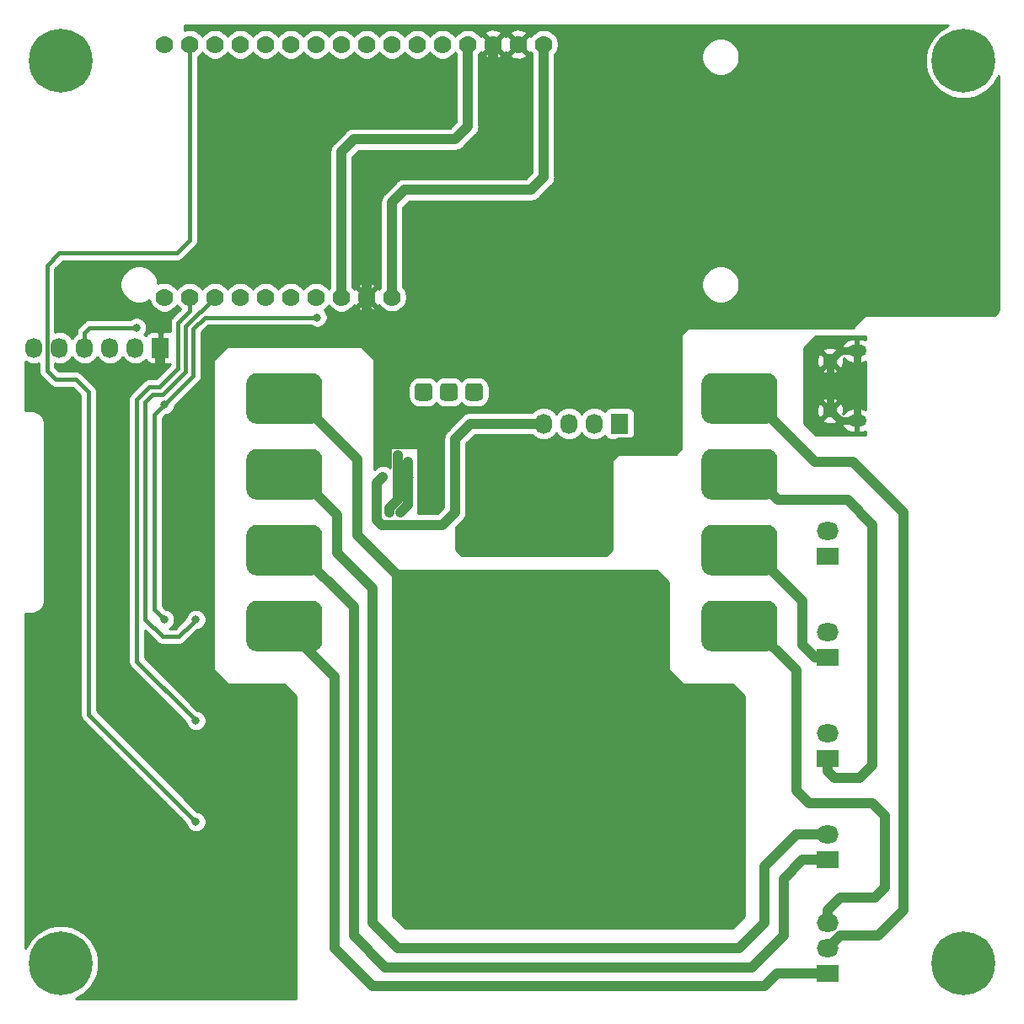
<source format=gbl>
G04 #@! TF.GenerationSoftware,KiCad,Pcbnew,5.0.0-rc2-unknown-6d77e59~65~ubuntu16.04.1*
G04 #@! TF.CreationDate,2018-06-12T00:49:00+05:30*
G04 #@! TF.ProjectId,wyostat,77796F737461742E6B696361645F7063,rev 3*
G04 #@! TF.SameCoordinates,Original*
G04 #@! TF.FileFunction,Copper,L2,Bot,Signal*
G04 #@! TF.FilePolarity,Positive*
%FSLAX46Y46*%
G04 Gerber Fmt 4.6, Leading zero omitted, Abs format (unit mm)*
G04 Created by KiCad (PCBNEW 5.0.0-rc2-unknown-6d77e59~65~ubuntu16.04.1) date Tue Jun 12 00:49:00 2018*
%MOMM*%
%LPD*%
G01*
G04 APERTURE LIST*
G04 #@! TA.AperFunction,ComponentPad*
%ADD10R,1.727200X2.032000*%
G04 #@! TD*
G04 #@! TA.AperFunction,ComponentPad*
%ADD11O,1.727200X2.032000*%
G04 #@! TD*
G04 #@! TA.AperFunction,ComponentPad*
%ADD12C,1.778000*%
G04 #@! TD*
G04 #@! TA.AperFunction,ComponentPad*
%ADD13O,2.200000X1.800000*%
G04 #@! TD*
G04 #@! TA.AperFunction,ComponentPad*
%ADD14R,2.200000X1.800000*%
G04 #@! TD*
G04 #@! TA.AperFunction,Conductor*
%ADD15C,0.508000*%
G04 #@! TD*
G04 #@! TA.AperFunction,SMDPad,CuDef*
%ADD16C,5.080000*%
G04 #@! TD*
G04 #@! TA.AperFunction,ComponentPad*
%ADD17O,1.900000X1.200000*%
G04 #@! TD*
G04 #@! TA.AperFunction,ComponentPad*
%ADD18C,1.450000*%
G04 #@! TD*
G04 #@! TA.AperFunction,ComponentPad*
%ADD19C,0.800000*%
G04 #@! TD*
G04 #@! TA.AperFunction,ComponentPad*
%ADD20C,6.400000*%
G04 #@! TD*
G04 #@! TA.AperFunction,ViaPad*
%ADD21C,0.812800*%
G04 #@! TD*
G04 #@! TA.AperFunction,Conductor*
%ADD22C,1.016000*%
G04 #@! TD*
G04 #@! TA.AperFunction,Conductor*
%ADD23C,0.381000*%
G04 #@! TD*
G04 #@! TA.AperFunction,Conductor*
%ADD24C,0.762000*%
G04 #@! TD*
G04 #@! TA.AperFunction,Conductor*
%ADD25C,0.254000*%
G04 #@! TD*
G04 APERTURE END LIST*
D10*
G04 #@! TO.P,J5,1*
G04 #@! TO.N,GND*
X45974000Y-64770000D03*
D11*
G04 #@! TO.P,J5,2*
G04 #@! TO.N,/3V3*
X43434000Y-64770000D03*
G04 #@! TO.P,J5,3*
G04 #@! TO.N,/SDA*
X40894000Y-64770000D03*
G04 #@! TO.P,J5,4*
G04 #@! TO.N,/SCL*
X38354000Y-64770000D03*
G04 #@! TO.P,J5,5*
G04 #@! TO.N,N/C*
X35814000Y-64770000D03*
G04 #@! TO.P,J5,6*
X33274000Y-64770000D03*
G04 #@! TD*
D12*
G04 #@! TO.P,U4,26*
G04 #@! TO.N,N/C*
X46355000Y-59690000D03*
G04 #@! TO.P,U4,25*
G04 #@! TO.N,/IN2*
X48895000Y-59690000D03*
G04 #@! TO.P,U4,24*
G04 #@! TO.N,/IN1*
X51435000Y-59690000D03*
G04 #@! TO.P,U4,23*
G04 #@! TO.N,N/C*
X53975000Y-59690000D03*
G04 #@! TO.P,U4,22*
X56515000Y-59690000D03*
G04 #@! TO.P,U4,21*
X59055000Y-59690000D03*
G04 #@! TO.P,U4,20*
X61595000Y-59690000D03*
G04 #@! TO.P,U4,19*
G04 #@! TO.N,/3V3*
X64135000Y-59690000D03*
G04 #@! TO.P,U4,18*
G04 #@! TO.N,GND*
X66675000Y-59690000D03*
G04 #@! TO.P,U4,17*
G04 #@! TO.N,/5V*
X69215000Y-59690000D03*
G04 #@! TO.P,U4,16*
X84455000Y-34290000D03*
G04 #@! TO.P,U4,15*
G04 #@! TO.N,GND*
X81915000Y-34290000D03*
G04 #@! TO.P,U4,14*
X79375000Y-34290000D03*
G04 #@! TO.P,U4,13*
G04 #@! TO.N,/3V3*
X76835000Y-34290000D03*
G04 #@! TO.P,U4,12*
G04 #@! TO.N,N/C*
X74295000Y-34290000D03*
G04 #@! TO.P,U4,11*
X71755000Y-34290000D03*
G04 #@! TO.P,U4,10*
G04 #@! TO.N,/SW_I*
X69215000Y-34290000D03*
G04 #@! TO.P,U4,9*
G04 #@! TO.N,/SW_E*
X66675000Y-34290000D03*
G04 #@! TO.P,U4,8*
G04 #@! TO.N,/SW_D*
X64135000Y-34290000D03*
G04 #@! TO.P,U4,7*
G04 #@! TO.N,/SW_M*
X61595000Y-34290000D03*
G04 #@! TO.P,U4,6*
G04 #@! TO.N,N/C*
X59055000Y-34290000D03*
G04 #@! TO.P,U4,5*
X56515000Y-34290000D03*
G04 #@! TO.P,U4,4*
G04 #@! TO.N,/SCL*
X53975000Y-34290000D03*
G04 #@! TO.P,U4,3*
G04 #@! TO.N,/SDA*
X51435000Y-34290000D03*
G04 #@! TO.P,U4,2*
G04 #@! TO.N,/IN3*
X48895000Y-34290000D03*
G04 #@! TO.P,U4,1*
G04 #@! TO.N,N/C*
X46355000Y-34290000D03*
G04 #@! TD*
D13*
G04 #@! TO.P,J15,2*
G04 #@! TO.N,/RC*
X113030000Y-125095000D03*
D14*
G04 #@! TO.P,J15,1*
G04 #@! TO.N,/W2*
X113030000Y-127635000D03*
D13*
G04 #@! TO.P,J15,3*
G04 #@! TO.N,/Y2*
X113030000Y-122555000D03*
G04 #@! TD*
G04 #@! TO.P,J2,2*
G04 #@! TO.N,/24Vac-C*
X113030000Y-93345000D03*
D14*
G04 #@! TO.P,J2,1*
G04 #@! TO.N,/OUT1*
X113030000Y-95885000D03*
G04 #@! TD*
D13*
G04 #@! TO.P,J1,2*
G04 #@! TO.N,/24Vac-C*
X113030000Y-83185000D03*
D14*
G04 #@! TO.P,J1,1*
G04 #@! TO.N,/24Vac-H*
X113030000Y-85725000D03*
G04 #@! TD*
D13*
G04 #@! TO.P,J3,2*
G04 #@! TO.N,/24Vac-C*
X113030000Y-103505000D03*
D14*
G04 #@! TO.P,J3,1*
G04 #@! TO.N,/OUT2*
X113030000Y-106045000D03*
G04 #@! TD*
D13*
G04 #@! TO.P,J4,2*
G04 #@! TO.N,/24Vac-C*
X113030000Y-113665000D03*
D14*
G04 #@! TO.P,J4,1*
G04 #@! TO.N,/OUT3*
X113030000Y-116205000D03*
G04 #@! TD*
D15*
G04 #@! TO.N,/W2*
G04 #@! TO.C,J14*
G36*
X61313585Y-90174892D02*
X61412212Y-90189522D01*
X61508929Y-90213749D01*
X61602806Y-90247338D01*
X61692939Y-90289968D01*
X61778459Y-90341227D01*
X61858544Y-90400621D01*
X61932420Y-90467580D01*
X61999379Y-90541456D01*
X62058773Y-90621541D01*
X62110032Y-90707061D01*
X62152662Y-90797194D01*
X62186251Y-90891071D01*
X62210478Y-90987788D01*
X62225108Y-91086415D01*
X62230000Y-91186000D01*
X62230000Y-94234000D01*
X62225108Y-94333585D01*
X62210478Y-94432212D01*
X62186251Y-94528929D01*
X62152662Y-94622806D01*
X62110032Y-94712939D01*
X62058773Y-94798459D01*
X61999379Y-94878544D01*
X61932420Y-94952420D01*
X61858544Y-95019379D01*
X61778459Y-95078773D01*
X61692939Y-95130032D01*
X61602806Y-95172662D01*
X61508929Y-95206251D01*
X61412212Y-95230478D01*
X61313585Y-95245108D01*
X61214000Y-95250000D01*
X55626000Y-95250000D01*
X55526415Y-95245108D01*
X55427788Y-95230478D01*
X55331071Y-95206251D01*
X55237194Y-95172662D01*
X55147061Y-95130032D01*
X55061541Y-95078773D01*
X54981456Y-95019379D01*
X54907580Y-94952420D01*
X54840621Y-94878544D01*
X54781227Y-94798459D01*
X54729968Y-94712939D01*
X54687338Y-94622806D01*
X54653749Y-94528929D01*
X54629522Y-94432212D01*
X54614892Y-94333585D01*
X54610000Y-94234000D01*
X54610000Y-91186000D01*
X54614892Y-91086415D01*
X54629522Y-90987788D01*
X54653749Y-90891071D01*
X54687338Y-90797194D01*
X54729968Y-90707061D01*
X54781227Y-90621541D01*
X54840621Y-90541456D01*
X54907580Y-90467580D01*
X54981456Y-90400621D01*
X55061541Y-90341227D01*
X55147061Y-90289968D01*
X55237194Y-90247338D01*
X55331071Y-90213749D01*
X55427788Y-90189522D01*
X55526415Y-90174892D01*
X55626000Y-90170000D01*
X61214000Y-90170000D01*
X61313585Y-90174892D01*
X61313585Y-90174892D01*
G37*
D16*
G04 #@! TD*
G04 #@! TO.P,J14,1*
G04 #@! TO.N,/W2*
X58420000Y-92710000D03*
D15*
G04 #@! TO.N,/OUT3*
G04 #@! TO.C,J12*
G36*
X61313585Y-82554892D02*
X61412212Y-82569522D01*
X61508929Y-82593749D01*
X61602806Y-82627338D01*
X61692939Y-82669968D01*
X61778459Y-82721227D01*
X61858544Y-82780621D01*
X61932420Y-82847580D01*
X61999379Y-82921456D01*
X62058773Y-83001541D01*
X62110032Y-83087061D01*
X62152662Y-83177194D01*
X62186251Y-83271071D01*
X62210478Y-83367788D01*
X62225108Y-83466415D01*
X62230000Y-83566000D01*
X62230000Y-86614000D01*
X62225108Y-86713585D01*
X62210478Y-86812212D01*
X62186251Y-86908929D01*
X62152662Y-87002806D01*
X62110032Y-87092939D01*
X62058773Y-87178459D01*
X61999379Y-87258544D01*
X61932420Y-87332420D01*
X61858544Y-87399379D01*
X61778459Y-87458773D01*
X61692939Y-87510032D01*
X61602806Y-87552662D01*
X61508929Y-87586251D01*
X61412212Y-87610478D01*
X61313585Y-87625108D01*
X61214000Y-87630000D01*
X55626000Y-87630000D01*
X55526415Y-87625108D01*
X55427788Y-87610478D01*
X55331071Y-87586251D01*
X55237194Y-87552662D01*
X55147061Y-87510032D01*
X55061541Y-87458773D01*
X54981456Y-87399379D01*
X54907580Y-87332420D01*
X54840621Y-87258544D01*
X54781227Y-87178459D01*
X54729968Y-87092939D01*
X54687338Y-87002806D01*
X54653749Y-86908929D01*
X54629522Y-86812212D01*
X54614892Y-86713585D01*
X54610000Y-86614000D01*
X54610000Y-83566000D01*
X54614892Y-83466415D01*
X54629522Y-83367788D01*
X54653749Y-83271071D01*
X54687338Y-83177194D01*
X54729968Y-83087061D01*
X54781227Y-83001541D01*
X54840621Y-82921456D01*
X54907580Y-82847580D01*
X54981456Y-82780621D01*
X55061541Y-82721227D01*
X55147061Y-82669968D01*
X55237194Y-82627338D01*
X55331071Y-82593749D01*
X55427788Y-82569522D01*
X55526415Y-82554892D01*
X55626000Y-82550000D01*
X61214000Y-82550000D01*
X61313585Y-82554892D01*
X61313585Y-82554892D01*
G37*
D16*
G04 #@! TD*
G04 #@! TO.P,J12,1*
G04 #@! TO.N,/OUT3*
X58420000Y-85090000D03*
D15*
G04 #@! TO.N,/Y2*
G04 #@! TO.C,J10*
G36*
X107033585Y-90174892D02*
X107132212Y-90189522D01*
X107228929Y-90213749D01*
X107322806Y-90247338D01*
X107412939Y-90289968D01*
X107498459Y-90341227D01*
X107578544Y-90400621D01*
X107652420Y-90467580D01*
X107719379Y-90541456D01*
X107778773Y-90621541D01*
X107830032Y-90707061D01*
X107872662Y-90797194D01*
X107906251Y-90891071D01*
X107930478Y-90987788D01*
X107945108Y-91086415D01*
X107950000Y-91186000D01*
X107950000Y-94234000D01*
X107945108Y-94333585D01*
X107930478Y-94432212D01*
X107906251Y-94528929D01*
X107872662Y-94622806D01*
X107830032Y-94712939D01*
X107778773Y-94798459D01*
X107719379Y-94878544D01*
X107652420Y-94952420D01*
X107578544Y-95019379D01*
X107498459Y-95078773D01*
X107412939Y-95130032D01*
X107322806Y-95172662D01*
X107228929Y-95206251D01*
X107132212Y-95230478D01*
X107033585Y-95245108D01*
X106934000Y-95250000D01*
X101346000Y-95250000D01*
X101246415Y-95245108D01*
X101147788Y-95230478D01*
X101051071Y-95206251D01*
X100957194Y-95172662D01*
X100867061Y-95130032D01*
X100781541Y-95078773D01*
X100701456Y-95019379D01*
X100627580Y-94952420D01*
X100560621Y-94878544D01*
X100501227Y-94798459D01*
X100449968Y-94712939D01*
X100407338Y-94622806D01*
X100373749Y-94528929D01*
X100349522Y-94432212D01*
X100334892Y-94333585D01*
X100330000Y-94234000D01*
X100330000Y-91186000D01*
X100334892Y-91086415D01*
X100349522Y-90987788D01*
X100373749Y-90891071D01*
X100407338Y-90797194D01*
X100449968Y-90707061D01*
X100501227Y-90621541D01*
X100560621Y-90541456D01*
X100627580Y-90467580D01*
X100701456Y-90400621D01*
X100781541Y-90341227D01*
X100867061Y-90289968D01*
X100957194Y-90247338D01*
X101051071Y-90213749D01*
X101147788Y-90189522D01*
X101246415Y-90174892D01*
X101346000Y-90170000D01*
X106934000Y-90170000D01*
X107033585Y-90174892D01*
X107033585Y-90174892D01*
G37*
D16*
G04 #@! TD*
G04 #@! TO.P,J10,1*
G04 #@! TO.N,/Y2*
X104140000Y-92710000D03*
D15*
G04 #@! TO.N,/RC*
G04 #@! TO.C,J7*
G36*
X107033585Y-67314892D02*
X107132212Y-67329522D01*
X107228929Y-67353749D01*
X107322806Y-67387338D01*
X107412939Y-67429968D01*
X107498459Y-67481227D01*
X107578544Y-67540621D01*
X107652420Y-67607580D01*
X107719379Y-67681456D01*
X107778773Y-67761541D01*
X107830032Y-67847061D01*
X107872662Y-67937194D01*
X107906251Y-68031071D01*
X107930478Y-68127788D01*
X107945108Y-68226415D01*
X107950000Y-68326000D01*
X107950000Y-71374000D01*
X107945108Y-71473585D01*
X107930478Y-71572212D01*
X107906251Y-71668929D01*
X107872662Y-71762806D01*
X107830032Y-71852939D01*
X107778773Y-71938459D01*
X107719379Y-72018544D01*
X107652420Y-72092420D01*
X107578544Y-72159379D01*
X107498459Y-72218773D01*
X107412939Y-72270032D01*
X107322806Y-72312662D01*
X107228929Y-72346251D01*
X107132212Y-72370478D01*
X107033585Y-72385108D01*
X106934000Y-72390000D01*
X101346000Y-72390000D01*
X101246415Y-72385108D01*
X101147788Y-72370478D01*
X101051071Y-72346251D01*
X100957194Y-72312662D01*
X100867061Y-72270032D01*
X100781541Y-72218773D01*
X100701456Y-72159379D01*
X100627580Y-72092420D01*
X100560621Y-72018544D01*
X100501227Y-71938459D01*
X100449968Y-71852939D01*
X100407338Y-71762806D01*
X100373749Y-71668929D01*
X100349522Y-71572212D01*
X100334892Y-71473585D01*
X100330000Y-71374000D01*
X100330000Y-68326000D01*
X100334892Y-68226415D01*
X100349522Y-68127788D01*
X100373749Y-68031071D01*
X100407338Y-67937194D01*
X100449968Y-67847061D01*
X100501227Y-67761541D01*
X100560621Y-67681456D01*
X100627580Y-67607580D01*
X100701456Y-67540621D01*
X100781541Y-67481227D01*
X100867061Y-67429968D01*
X100957194Y-67387338D01*
X101051071Y-67353749D01*
X101147788Y-67329522D01*
X101246415Y-67314892D01*
X101346000Y-67310000D01*
X106934000Y-67310000D01*
X107033585Y-67314892D01*
X107033585Y-67314892D01*
G37*
D16*
G04 #@! TD*
G04 #@! TO.P,J7,1*
G04 #@! TO.N,/RC*
X104140000Y-69850000D03*
D15*
G04 #@! TO.N,/OUT1*
G04 #@! TO.C,J9*
G36*
X107033585Y-82554892D02*
X107132212Y-82569522D01*
X107228929Y-82593749D01*
X107322806Y-82627338D01*
X107412939Y-82669968D01*
X107498459Y-82721227D01*
X107578544Y-82780621D01*
X107652420Y-82847580D01*
X107719379Y-82921456D01*
X107778773Y-83001541D01*
X107830032Y-83087061D01*
X107872662Y-83177194D01*
X107906251Y-83271071D01*
X107930478Y-83367788D01*
X107945108Y-83466415D01*
X107950000Y-83566000D01*
X107950000Y-86614000D01*
X107945108Y-86713585D01*
X107930478Y-86812212D01*
X107906251Y-86908929D01*
X107872662Y-87002806D01*
X107830032Y-87092939D01*
X107778773Y-87178459D01*
X107719379Y-87258544D01*
X107652420Y-87332420D01*
X107578544Y-87399379D01*
X107498459Y-87458773D01*
X107412939Y-87510032D01*
X107322806Y-87552662D01*
X107228929Y-87586251D01*
X107132212Y-87610478D01*
X107033585Y-87625108D01*
X106934000Y-87630000D01*
X101346000Y-87630000D01*
X101246415Y-87625108D01*
X101147788Y-87610478D01*
X101051071Y-87586251D01*
X100957194Y-87552662D01*
X100867061Y-87510032D01*
X100781541Y-87458773D01*
X100701456Y-87399379D01*
X100627580Y-87332420D01*
X100560621Y-87258544D01*
X100501227Y-87178459D01*
X100449968Y-87092939D01*
X100407338Y-87002806D01*
X100373749Y-86908929D01*
X100349522Y-86812212D01*
X100334892Y-86713585D01*
X100330000Y-86614000D01*
X100330000Y-83566000D01*
X100334892Y-83466415D01*
X100349522Y-83367788D01*
X100373749Y-83271071D01*
X100407338Y-83177194D01*
X100449968Y-83087061D01*
X100501227Y-83001541D01*
X100560621Y-82921456D01*
X100627580Y-82847580D01*
X100701456Y-82780621D01*
X100781541Y-82721227D01*
X100867061Y-82669968D01*
X100957194Y-82627338D01*
X101051071Y-82593749D01*
X101147788Y-82569522D01*
X101246415Y-82554892D01*
X101346000Y-82550000D01*
X106934000Y-82550000D01*
X107033585Y-82554892D01*
X107033585Y-82554892D01*
G37*
D16*
G04 #@! TD*
G04 #@! TO.P,J9,1*
G04 #@! TO.N,/OUT1*
X104140000Y-85090000D03*
D15*
G04 #@! TO.N,/OUT2*
G04 #@! TO.C,J11*
G36*
X107033585Y-74934892D02*
X107132212Y-74949522D01*
X107228929Y-74973749D01*
X107322806Y-75007338D01*
X107412939Y-75049968D01*
X107498459Y-75101227D01*
X107578544Y-75160621D01*
X107652420Y-75227580D01*
X107719379Y-75301456D01*
X107778773Y-75381541D01*
X107830032Y-75467061D01*
X107872662Y-75557194D01*
X107906251Y-75651071D01*
X107930478Y-75747788D01*
X107945108Y-75846415D01*
X107950000Y-75946000D01*
X107950000Y-78994000D01*
X107945108Y-79093585D01*
X107930478Y-79192212D01*
X107906251Y-79288929D01*
X107872662Y-79382806D01*
X107830032Y-79472939D01*
X107778773Y-79558459D01*
X107719379Y-79638544D01*
X107652420Y-79712420D01*
X107578544Y-79779379D01*
X107498459Y-79838773D01*
X107412939Y-79890032D01*
X107322806Y-79932662D01*
X107228929Y-79966251D01*
X107132212Y-79990478D01*
X107033585Y-80005108D01*
X106934000Y-80010000D01*
X101346000Y-80010000D01*
X101246415Y-80005108D01*
X101147788Y-79990478D01*
X101051071Y-79966251D01*
X100957194Y-79932662D01*
X100867061Y-79890032D01*
X100781541Y-79838773D01*
X100701456Y-79779379D01*
X100627580Y-79712420D01*
X100560621Y-79638544D01*
X100501227Y-79558459D01*
X100449968Y-79472939D01*
X100407338Y-79382806D01*
X100373749Y-79288929D01*
X100349522Y-79192212D01*
X100334892Y-79093585D01*
X100330000Y-78994000D01*
X100330000Y-75946000D01*
X100334892Y-75846415D01*
X100349522Y-75747788D01*
X100373749Y-75651071D01*
X100407338Y-75557194D01*
X100449968Y-75467061D01*
X100501227Y-75381541D01*
X100560621Y-75301456D01*
X100627580Y-75227580D01*
X100701456Y-75160621D01*
X100781541Y-75101227D01*
X100867061Y-75049968D01*
X100957194Y-75007338D01*
X101051071Y-74973749D01*
X101147788Y-74949522D01*
X101246415Y-74934892D01*
X101346000Y-74930000D01*
X106934000Y-74930000D01*
X107033585Y-74934892D01*
X107033585Y-74934892D01*
G37*
D16*
G04 #@! TD*
G04 #@! TO.P,J11,1*
G04 #@! TO.N,/OUT2*
X104140000Y-77470000D03*
D15*
G04 #@! TO.N,/24Vac-C*
G04 #@! TO.C,J8*
G36*
X61313585Y-74934892D02*
X61412212Y-74949522D01*
X61508929Y-74973749D01*
X61602806Y-75007338D01*
X61692939Y-75049968D01*
X61778459Y-75101227D01*
X61858544Y-75160621D01*
X61932420Y-75227580D01*
X61999379Y-75301456D01*
X62058773Y-75381541D01*
X62110032Y-75467061D01*
X62152662Y-75557194D01*
X62186251Y-75651071D01*
X62210478Y-75747788D01*
X62225108Y-75846415D01*
X62230000Y-75946000D01*
X62230000Y-78994000D01*
X62225108Y-79093585D01*
X62210478Y-79192212D01*
X62186251Y-79288929D01*
X62152662Y-79382806D01*
X62110032Y-79472939D01*
X62058773Y-79558459D01*
X61999379Y-79638544D01*
X61932420Y-79712420D01*
X61858544Y-79779379D01*
X61778459Y-79838773D01*
X61692939Y-79890032D01*
X61602806Y-79932662D01*
X61508929Y-79966251D01*
X61412212Y-79990478D01*
X61313585Y-80005108D01*
X61214000Y-80010000D01*
X55626000Y-80010000D01*
X55526415Y-80005108D01*
X55427788Y-79990478D01*
X55331071Y-79966251D01*
X55237194Y-79932662D01*
X55147061Y-79890032D01*
X55061541Y-79838773D01*
X54981456Y-79779379D01*
X54907580Y-79712420D01*
X54840621Y-79638544D01*
X54781227Y-79558459D01*
X54729968Y-79472939D01*
X54687338Y-79382806D01*
X54653749Y-79288929D01*
X54629522Y-79192212D01*
X54614892Y-79093585D01*
X54610000Y-78994000D01*
X54610000Y-75946000D01*
X54614892Y-75846415D01*
X54629522Y-75747788D01*
X54653749Y-75651071D01*
X54687338Y-75557194D01*
X54729968Y-75467061D01*
X54781227Y-75381541D01*
X54840621Y-75301456D01*
X54907580Y-75227580D01*
X54981456Y-75160621D01*
X55061541Y-75101227D01*
X55147061Y-75049968D01*
X55237194Y-75007338D01*
X55331071Y-74973749D01*
X55427788Y-74949522D01*
X55526415Y-74934892D01*
X55626000Y-74930000D01*
X61214000Y-74930000D01*
X61313585Y-74934892D01*
X61313585Y-74934892D01*
G37*
D16*
G04 #@! TD*
G04 #@! TO.P,J8,1*
G04 #@! TO.N,/24Vac-C*
X58420000Y-77470000D03*
D15*
G04 #@! TO.N,/24Vac-H*
G04 #@! TO.C,J6*
G36*
X61313585Y-67314892D02*
X61412212Y-67329522D01*
X61508929Y-67353749D01*
X61602806Y-67387338D01*
X61692939Y-67429968D01*
X61778459Y-67481227D01*
X61858544Y-67540621D01*
X61932420Y-67607580D01*
X61999379Y-67681456D01*
X62058773Y-67761541D01*
X62110032Y-67847061D01*
X62152662Y-67937194D01*
X62186251Y-68031071D01*
X62210478Y-68127788D01*
X62225108Y-68226415D01*
X62230000Y-68326000D01*
X62230000Y-71374000D01*
X62225108Y-71473585D01*
X62210478Y-71572212D01*
X62186251Y-71668929D01*
X62152662Y-71762806D01*
X62110032Y-71852939D01*
X62058773Y-71938459D01*
X61999379Y-72018544D01*
X61932420Y-72092420D01*
X61858544Y-72159379D01*
X61778459Y-72218773D01*
X61692939Y-72270032D01*
X61602806Y-72312662D01*
X61508929Y-72346251D01*
X61412212Y-72370478D01*
X61313585Y-72385108D01*
X61214000Y-72390000D01*
X55626000Y-72390000D01*
X55526415Y-72385108D01*
X55427788Y-72370478D01*
X55331071Y-72346251D01*
X55237194Y-72312662D01*
X55147061Y-72270032D01*
X55061541Y-72218773D01*
X54981456Y-72159379D01*
X54907580Y-72092420D01*
X54840621Y-72018544D01*
X54781227Y-71938459D01*
X54729968Y-71852939D01*
X54687338Y-71762806D01*
X54653749Y-71668929D01*
X54629522Y-71572212D01*
X54614892Y-71473585D01*
X54610000Y-71374000D01*
X54610000Y-68326000D01*
X54614892Y-68226415D01*
X54629522Y-68127788D01*
X54653749Y-68031071D01*
X54687338Y-67937194D01*
X54729968Y-67847061D01*
X54781227Y-67761541D01*
X54840621Y-67681456D01*
X54907580Y-67607580D01*
X54981456Y-67540621D01*
X55061541Y-67481227D01*
X55147061Y-67429968D01*
X55237194Y-67387338D01*
X55331071Y-67353749D01*
X55427788Y-67329522D01*
X55526415Y-67314892D01*
X55626000Y-67310000D01*
X61214000Y-67310000D01*
X61313585Y-67314892D01*
X61313585Y-67314892D01*
G37*
D16*
G04 #@! TD*
G04 #@! TO.P,J6,1*
G04 #@! TO.N,/24Vac-H*
X58420000Y-69850000D03*
D15*
G04 #@! TO.N,/rtc_ds3231/RESET*
G04 #@! TO.C,TP1*
G36*
X77958069Y-68328140D02*
X78001218Y-68334541D01*
X78043532Y-68345140D01*
X78084603Y-68359836D01*
X78124036Y-68378486D01*
X78161451Y-68400912D01*
X78196488Y-68426897D01*
X78228809Y-68456191D01*
X78258103Y-68488512D01*
X78284088Y-68523549D01*
X78306514Y-68560964D01*
X78325164Y-68600397D01*
X78339860Y-68641468D01*
X78350459Y-68683782D01*
X78356860Y-68726931D01*
X78359000Y-68770500D01*
X78359000Y-69659500D01*
X78356860Y-69703069D01*
X78350459Y-69746218D01*
X78339860Y-69788532D01*
X78325164Y-69829603D01*
X78306514Y-69869036D01*
X78284088Y-69906451D01*
X78258103Y-69941488D01*
X78228809Y-69973809D01*
X78196488Y-70003103D01*
X78161451Y-70029088D01*
X78124036Y-70051514D01*
X78084603Y-70070164D01*
X78043532Y-70084860D01*
X78001218Y-70095459D01*
X77958069Y-70101860D01*
X77914500Y-70104000D01*
X77025500Y-70104000D01*
X76981931Y-70101860D01*
X76938782Y-70095459D01*
X76896468Y-70084860D01*
X76855397Y-70070164D01*
X76815964Y-70051514D01*
X76778549Y-70029088D01*
X76743512Y-70003103D01*
X76711191Y-69973809D01*
X76681897Y-69941488D01*
X76655912Y-69906451D01*
X76633486Y-69869036D01*
X76614836Y-69829603D01*
X76600140Y-69788532D01*
X76589541Y-69746218D01*
X76583140Y-69703069D01*
X76581000Y-69659500D01*
X76581000Y-68770500D01*
X76583140Y-68726931D01*
X76589541Y-68683782D01*
X76600140Y-68641468D01*
X76614836Y-68600397D01*
X76633486Y-68560964D01*
X76655912Y-68523549D01*
X76681897Y-68488512D01*
X76711191Y-68456191D01*
X76743512Y-68426897D01*
X76778549Y-68400912D01*
X76815964Y-68378486D01*
X76855397Y-68359836D01*
X76896468Y-68345140D01*
X76938782Y-68334541D01*
X76981931Y-68328140D01*
X77025500Y-68326000D01*
X77914500Y-68326000D01*
X77958069Y-68328140D01*
X77958069Y-68328140D01*
G37*
D12*
G04 #@! TD*
G04 #@! TO.P,TP1,1*
G04 #@! TO.N,/rtc_ds3231/RESET*
X77470000Y-69215000D03*
D15*
G04 #@! TO.N,/rtc_ds3231/SQR*
G04 #@! TO.C,TP2*
G36*
X75418069Y-68328140D02*
X75461218Y-68334541D01*
X75503532Y-68345140D01*
X75544603Y-68359836D01*
X75584036Y-68378486D01*
X75621451Y-68400912D01*
X75656488Y-68426897D01*
X75688809Y-68456191D01*
X75718103Y-68488512D01*
X75744088Y-68523549D01*
X75766514Y-68560964D01*
X75785164Y-68600397D01*
X75799860Y-68641468D01*
X75810459Y-68683782D01*
X75816860Y-68726931D01*
X75819000Y-68770500D01*
X75819000Y-69659500D01*
X75816860Y-69703069D01*
X75810459Y-69746218D01*
X75799860Y-69788532D01*
X75785164Y-69829603D01*
X75766514Y-69869036D01*
X75744088Y-69906451D01*
X75718103Y-69941488D01*
X75688809Y-69973809D01*
X75656488Y-70003103D01*
X75621451Y-70029088D01*
X75584036Y-70051514D01*
X75544603Y-70070164D01*
X75503532Y-70084860D01*
X75461218Y-70095459D01*
X75418069Y-70101860D01*
X75374500Y-70104000D01*
X74485500Y-70104000D01*
X74441931Y-70101860D01*
X74398782Y-70095459D01*
X74356468Y-70084860D01*
X74315397Y-70070164D01*
X74275964Y-70051514D01*
X74238549Y-70029088D01*
X74203512Y-70003103D01*
X74171191Y-69973809D01*
X74141897Y-69941488D01*
X74115912Y-69906451D01*
X74093486Y-69869036D01*
X74074836Y-69829603D01*
X74060140Y-69788532D01*
X74049541Y-69746218D01*
X74043140Y-69703069D01*
X74041000Y-69659500D01*
X74041000Y-68770500D01*
X74043140Y-68726931D01*
X74049541Y-68683782D01*
X74060140Y-68641468D01*
X74074836Y-68600397D01*
X74093486Y-68560964D01*
X74115912Y-68523549D01*
X74141897Y-68488512D01*
X74171191Y-68456191D01*
X74203512Y-68426897D01*
X74238549Y-68400912D01*
X74275964Y-68378486D01*
X74315397Y-68359836D01*
X74356468Y-68345140D01*
X74398782Y-68334541D01*
X74441931Y-68328140D01*
X74485500Y-68326000D01*
X75374500Y-68326000D01*
X75418069Y-68328140D01*
X75418069Y-68328140D01*
G37*
D12*
G04 #@! TD*
G04 #@! TO.P,TP2,1*
G04 #@! TO.N,/rtc_ds3231/SQR*
X74930000Y-69215000D03*
D15*
G04 #@! TO.N,/rtc_ds3231/32kHz*
G04 #@! TO.C,TP3*
G36*
X72878069Y-68328140D02*
X72921218Y-68334541D01*
X72963532Y-68345140D01*
X73004603Y-68359836D01*
X73044036Y-68378486D01*
X73081451Y-68400912D01*
X73116488Y-68426897D01*
X73148809Y-68456191D01*
X73178103Y-68488512D01*
X73204088Y-68523549D01*
X73226514Y-68560964D01*
X73245164Y-68600397D01*
X73259860Y-68641468D01*
X73270459Y-68683782D01*
X73276860Y-68726931D01*
X73279000Y-68770500D01*
X73279000Y-69659500D01*
X73276860Y-69703069D01*
X73270459Y-69746218D01*
X73259860Y-69788532D01*
X73245164Y-69829603D01*
X73226514Y-69869036D01*
X73204088Y-69906451D01*
X73178103Y-69941488D01*
X73148809Y-69973809D01*
X73116488Y-70003103D01*
X73081451Y-70029088D01*
X73044036Y-70051514D01*
X73004603Y-70070164D01*
X72963532Y-70084860D01*
X72921218Y-70095459D01*
X72878069Y-70101860D01*
X72834500Y-70104000D01*
X71945500Y-70104000D01*
X71901931Y-70101860D01*
X71858782Y-70095459D01*
X71816468Y-70084860D01*
X71775397Y-70070164D01*
X71735964Y-70051514D01*
X71698549Y-70029088D01*
X71663512Y-70003103D01*
X71631191Y-69973809D01*
X71601897Y-69941488D01*
X71575912Y-69906451D01*
X71553486Y-69869036D01*
X71534836Y-69829603D01*
X71520140Y-69788532D01*
X71509541Y-69746218D01*
X71503140Y-69703069D01*
X71501000Y-69659500D01*
X71501000Y-68770500D01*
X71503140Y-68726931D01*
X71509541Y-68683782D01*
X71520140Y-68641468D01*
X71534836Y-68600397D01*
X71553486Y-68560964D01*
X71575912Y-68523549D01*
X71601897Y-68488512D01*
X71631191Y-68456191D01*
X71663512Y-68426897D01*
X71698549Y-68400912D01*
X71735964Y-68378486D01*
X71775397Y-68359836D01*
X71816468Y-68345140D01*
X71858782Y-68334541D01*
X71901931Y-68328140D01*
X71945500Y-68326000D01*
X72834500Y-68326000D01*
X72878069Y-68328140D01*
X72878069Y-68328140D01*
G37*
D12*
G04 #@! TD*
G04 #@! TO.P,TP3,1*
G04 #@! TO.N,/rtc_ds3231/32kHz*
X72390000Y-69215000D03*
D17*
G04 #@! TO.P,J13,S2*
G04 #@! TO.N,Net-(J13-PadS1)*
X115920000Y-65080000D03*
G04 #@! TO.P,J13,S1*
X115920000Y-72080000D03*
D18*
G04 #@! TO.P,J13,S3*
X113220000Y-66080000D03*
G04 #@! TO.P,J13,S4*
X113220000Y-71080000D03*
G04 #@! TD*
D11*
G04 #@! TO.P,J16,4*
G04 #@! TO.N,/5V_EXT*
X84455000Y-72390000D03*
G04 #@! TO.P,J16,3*
G04 #@! TO.N,/5V*
X86995000Y-72390000D03*
G04 #@! TO.P,J16,2*
X89535000Y-72390000D03*
D10*
G04 #@! TO.P,J16,1*
G04 #@! TO.N,/5V_USB*
X92075000Y-72390000D03*
G04 #@! TD*
D19*
G04 #@! TO.P,SC1,1*
G04 #@! TO.N,N/C*
X37638056Y-34243944D03*
X35941000Y-33541000D03*
X34243944Y-34243944D03*
X33541000Y-35941000D03*
X34243944Y-37638056D03*
X35941000Y-38341000D03*
X37638056Y-37638056D03*
X38341000Y-35941000D03*
D20*
X35941000Y-35941000D03*
G04 #@! TD*
D19*
G04 #@! TO.P,SC2,1*
G04 #@! TO.N,N/C*
X128316056Y-34243944D03*
X126619000Y-33541000D03*
X124921944Y-34243944D03*
X124219000Y-35941000D03*
X124921944Y-37638056D03*
X126619000Y-38341000D03*
X128316056Y-37638056D03*
X129019000Y-35941000D03*
D20*
X126619000Y-35941000D03*
G04 #@! TD*
D19*
G04 #@! TO.P,SC3,1*
G04 #@! TO.N,N/C*
X37638056Y-124921944D03*
X35941000Y-124219000D03*
X34243944Y-124921944D03*
X33541000Y-126619000D03*
X34243944Y-128316056D03*
X35941000Y-129019000D03*
X37638056Y-128316056D03*
X38341000Y-126619000D03*
D20*
X35941000Y-126619000D03*
G04 #@! TD*
D19*
G04 #@! TO.P,SC4,1*
G04 #@! TO.N,N/C*
X128316056Y-124921944D03*
X126619000Y-124219000D03*
X124921944Y-124921944D03*
X124219000Y-126619000D03*
X124921944Y-128316056D03*
X126619000Y-129019000D03*
X128316056Y-128316056D03*
X129019000Y-126619000D03*
D20*
X126619000Y-126619000D03*
G04 #@! TD*
D21*
G04 #@! TO.N,GND*
X81915016Y-39370000D03*
X80645000Y-39370000D03*
X79375000Y-39370000D03*
X53340000Y-120650000D03*
X53340000Y-110490000D03*
X53340000Y-100330000D03*
X69850000Y-64770000D03*
X69850000Y-63500000D03*
X68580000Y-63500000D03*
X35560000Y-75183994D03*
X35560000Y-88646000D03*
X49530000Y-80264000D03*
X49530000Y-82296000D03*
X49530000Y-81280000D03*
X35560000Y-87629998D03*
X35560000Y-89662000D03*
X49530000Y-89662000D03*
X49530000Y-87629998D03*
X49530000Y-88646000D03*
X49530000Y-74168000D03*
X35560000Y-74168000D03*
X35560000Y-73152000D03*
X49530000Y-75184002D03*
X49530000Y-73152000D03*
X67945000Y-75565014D03*
X105664000Y-61595000D03*
X104648000Y-61595000D03*
X103632000Y-61595000D03*
X102616000Y-61595000D03*
X101600000Y-61595000D03*
X81915000Y-40640000D03*
X80645000Y-40640000D03*
X79375000Y-40640000D03*
X36830000Y-69723004D03*
X68580000Y-64770000D03*
X97282000Y-74295000D03*
X73660000Y-76200000D03*
X73025000Y-74930000D03*
X90170000Y-83185000D03*
X88265000Y-81915000D03*
X88265000Y-84455000D03*
X81915000Y-83820000D03*
X80645000Y-85090000D03*
X80645000Y-83820000D03*
X81915000Y-85090000D03*
X76835000Y-85090000D03*
X76835000Y-83820000D03*
X73025000Y-78105000D03*
X69215000Y-40640000D03*
X66675000Y-40640000D03*
X64135000Y-40640000D03*
X61595000Y-40640000D03*
X70104008Y-81280000D03*
X69850000Y-75565000D03*
X68961000Y-81280000D03*
X70866000Y-76200000D03*
G04 #@! TO.N,/IN1*
X49530000Y-92075000D03*
G04 #@! TO.N,/IN2*
X49530000Y-102235002D03*
G04 #@! TO.N,/IN3*
X49530000Y-112395000D03*
G04 #@! TO.N,/SCL*
X43561000Y-62738000D03*
G04 #@! TO.N,/rtc_ds3231/BAT*
X46354994Y-70485000D03*
X46355000Y-92075000D03*
X61722000Y-61722000D03*
G04 #@! TO.N,/24Vac-H*
X90170000Y-114935000D03*
X90170000Y-104775000D03*
X90170000Y-94615000D03*
X93980000Y-114935000D03*
X93980000Y-104775000D03*
X93980000Y-94615000D03*
X93980000Y-117475000D03*
X93980000Y-112395000D03*
X93980000Y-107315000D03*
X93980000Y-102235000D03*
X93980000Y-97155000D03*
X93980000Y-92075000D03*
X87630000Y-117475000D03*
X90170000Y-117475000D03*
X92710000Y-117475000D03*
X92710000Y-114935000D03*
X92710000Y-112395000D03*
X90170000Y-112395000D03*
X87630000Y-112395000D03*
X87630000Y-114935000D03*
X87630000Y-107315000D03*
X90170000Y-107315000D03*
X92710000Y-107315000D03*
X92710000Y-104775000D03*
X92710000Y-102235000D03*
X90170000Y-102235000D03*
X87630000Y-102235000D03*
X87630000Y-104775000D03*
X87630000Y-97155000D03*
X90170000Y-97155000D03*
X92710000Y-97155000D03*
X92710000Y-94615000D03*
X92710000Y-92075000D03*
X90170000Y-92075000D03*
X87630000Y-92075000D03*
X87630000Y-94615000D03*
X74295000Y-92075000D03*
X74295000Y-102235000D03*
X74295000Y-112395000D03*
X95250000Y-87630000D03*
G04 #@! TO.N,/5V_EXT*
X75565000Y-81280000D03*
X74930000Y-81915000D03*
X74295000Y-82550000D03*
X68326000Y-77724000D03*
G04 #@! TD*
D22*
G04 #@! TO.N,/OUT1*
X105410000Y-85090000D02*
X104140000Y-85090000D01*
X110490000Y-94615000D02*
X110490000Y-90170000D01*
X111760000Y-95885000D02*
X110490000Y-94615000D01*
X113030000Y-95885000D02*
X111760000Y-95885000D01*
X110490000Y-90170000D02*
X105410000Y-85090000D01*
G04 #@! TO.N,/OUT2*
X113030000Y-107315000D02*
X113030000Y-106045000D01*
X113665000Y-107950000D02*
X113030000Y-107315000D01*
X116205000Y-107950000D02*
X113665000Y-107950000D01*
X104140000Y-77470000D02*
X105410000Y-77470000D01*
X105410000Y-77470000D02*
X108020710Y-80080710D01*
X108020710Y-80080710D02*
X115005710Y-80080710D01*
X117475000Y-106680000D02*
X116205000Y-107950000D01*
X117475000Y-82550000D02*
X117475000Y-106680000D01*
X115005710Y-80080710D02*
X117475000Y-82550000D01*
G04 #@! TO.N,/OUT3*
X108585000Y-118110000D02*
X110490000Y-116205000D01*
X110490000Y-116205000D02*
X113030000Y-116205000D01*
X108585000Y-123825000D02*
X108585000Y-118110000D01*
X105410000Y-127000000D02*
X108585000Y-123825000D01*
X68580000Y-127000000D02*
X105410000Y-127000000D01*
X58420000Y-85090000D02*
X59690000Y-85090000D01*
X59690000Y-85090000D02*
X65405000Y-90805000D01*
X65405000Y-123825000D02*
X68580000Y-127000000D01*
X65405000Y-90805000D02*
X65405000Y-123825000D01*
G04 #@! TO.N,GND*
X97282000Y-74295000D02*
X97282000Y-71247000D01*
X97282000Y-71247000D02*
X95885000Y-69850000D01*
X69850000Y-80010000D02*
X68961000Y-80899000D01*
X68961000Y-80899000D02*
X68961000Y-81280000D01*
X69850000Y-75565000D02*
X69850000Y-80010000D01*
X68580000Y-63500000D02*
X68580000Y-64770000D01*
X66675000Y-47625000D02*
X67945000Y-46355000D01*
X66675000Y-59690000D02*
X66675000Y-47625000D01*
X67945000Y-46355000D02*
X78359000Y-46355000D01*
X79375000Y-45339000D02*
X79375000Y-34290000D01*
X78359000Y-46355000D02*
X79375000Y-45339000D01*
X36830000Y-89535000D02*
X36830000Y-107950000D01*
X49530000Y-120650000D02*
X36830000Y-107950000D01*
X53340000Y-120650000D02*
X49530000Y-120650000D01*
X53340000Y-120075264D02*
X53340000Y-120650000D01*
X53340000Y-110490000D02*
X53340000Y-120650000D01*
X53340000Y-104140000D02*
X53340000Y-110490000D01*
X84455000Y-84455000D02*
X88265000Y-84455000D01*
X83820000Y-83820000D02*
X84455000Y-84455000D01*
X81915000Y-83820000D02*
X83820000Y-83820000D01*
X76835000Y-83820000D02*
X76835000Y-85090000D01*
X81915000Y-83820000D02*
X81915000Y-85090000D01*
X80645000Y-83820000D02*
X80645000Y-85090000D01*
X76835000Y-85090000D02*
X80645000Y-85090000D01*
X53340000Y-104140000D02*
X53340000Y-100330000D01*
X101600000Y-61595000D02*
X69850000Y-61595000D01*
X69850000Y-61595000D02*
X68580000Y-61595000D01*
X69850000Y-63500000D02*
X69850000Y-61595000D01*
X69850000Y-64770000D02*
X69850000Y-63500000D01*
X68580000Y-61595000D02*
X67310000Y-61595000D01*
X68580000Y-63500000D02*
X68580000Y-61595000D01*
X67310000Y-61595000D02*
X66675000Y-60960000D01*
X66675000Y-60960000D02*
X66675000Y-59690000D01*
X35560000Y-75183994D02*
X36703006Y-75183994D01*
X36703006Y-75183994D02*
X36830000Y-75057000D01*
X35560000Y-74168000D02*
X36703000Y-74168000D01*
X36703000Y-74168000D02*
X36830000Y-74041000D01*
X35560000Y-73152000D02*
X36703000Y-73152000D01*
X36703000Y-73152000D02*
X36830000Y-73025000D01*
X35560000Y-89662000D02*
X36703000Y-89662000D01*
X36703000Y-89662000D02*
X36830000Y-89535000D01*
X36830000Y-87630000D02*
X36830000Y-88646000D01*
X36134736Y-87629998D02*
X36134738Y-87630000D01*
X36830000Y-75057000D02*
X36830000Y-87630000D01*
X35560000Y-87629998D02*
X36134736Y-87629998D01*
X36134738Y-87630000D02*
X36830000Y-87630000D01*
X36830000Y-88646000D02*
X36830000Y-89535000D01*
X35560000Y-88646000D02*
X36830000Y-88646000D01*
X36830000Y-74041000D02*
X36830000Y-75057000D01*
X36830000Y-73025000D02*
X36830000Y-74041000D01*
X36830000Y-70485000D02*
X36830000Y-71882000D01*
X36830000Y-70485000D02*
X36830000Y-73025000D01*
X36830000Y-73025000D02*
X36830000Y-73913994D01*
X36830000Y-69723004D02*
X36830000Y-70485000D01*
X69850014Y-73660000D02*
X67945000Y-75565014D01*
X70485000Y-73660000D02*
X69850014Y-73660000D01*
X72390000Y-73660000D02*
X70485000Y-73660000D01*
X88265000Y-78105000D02*
X88265000Y-81915000D01*
X92075000Y-74295000D02*
X88265000Y-78105000D01*
X97282000Y-74295000D02*
X92075000Y-74295000D01*
X73025000Y-74295000D02*
X72390000Y-73660000D01*
X73025000Y-75565000D02*
X73025000Y-74295000D01*
X73025000Y-78105000D02*
X73025000Y-76835000D01*
X73025000Y-76835000D02*
X73660000Y-76200000D01*
X73025000Y-75565000D02*
X73660000Y-76200000D01*
X80645000Y-83820000D02*
X76835000Y-83820000D01*
X90170000Y-83185000D02*
X89535000Y-83185000D01*
X89535000Y-83185000D02*
X88265000Y-84455000D01*
X88265000Y-81915000D02*
X88900000Y-81915000D01*
X88900000Y-81915000D02*
X90170000Y-83185000D01*
X69215000Y-40640000D02*
X61595000Y-40640000D01*
X70866000Y-80518008D02*
X70104008Y-81280000D01*
X44450000Y-104140000D02*
X53340000Y-104140000D01*
X41275000Y-100965000D02*
X44450000Y-104140000D01*
X41275000Y-68580000D02*
X41275000Y-100965000D01*
X42545000Y-67310000D02*
X41275000Y-68580000D01*
X45466000Y-67310000D02*
X42545000Y-67310000D01*
X45974000Y-66802000D02*
X45466000Y-67310000D01*
X45974000Y-64770000D02*
X45974000Y-66802000D01*
G04 #@! TO.N,/3V3*
X76835000Y-42545000D02*
X75565000Y-43815000D01*
X76835000Y-34290000D02*
X76835000Y-42545000D01*
X75565000Y-43815000D02*
X65405000Y-43815000D01*
X65405000Y-43815000D02*
X64135000Y-45085000D01*
X64135000Y-45085000D02*
X64135000Y-59690000D01*
D23*
G04 #@! TO.N,/IN3*
X38735000Y-101600000D02*
X49530000Y-112395000D01*
X38735000Y-69215000D02*
X38735000Y-101600000D01*
X48895000Y-34290000D02*
X48895000Y-53975000D01*
X48895000Y-53975000D02*
X47625000Y-55245000D01*
X37465000Y-67945000D02*
X38735000Y-69215000D01*
X35560000Y-67945000D02*
X35433000Y-67945000D01*
X35560000Y-67945000D02*
X37465000Y-67945000D01*
X34556690Y-67068690D02*
X34556690Y-56502310D01*
X35433000Y-67945000D02*
X34556690Y-67068690D01*
X47625000Y-55245000D02*
X35814000Y-55245000D01*
X34556690Y-56502310D02*
X35814000Y-55245000D01*
G04 #@! TO.N,/SCL*
X38862000Y-62738000D02*
X38354000Y-63246000D01*
X38354000Y-63246000D02*
X38354000Y-64770000D01*
X43561000Y-62738000D02*
X38862000Y-62738000D01*
D22*
G04 #@! TO.N,/5V*
X69215000Y-50165000D02*
X70485000Y-48895000D01*
X69215000Y-59690000D02*
X69215000Y-50165000D01*
X70485000Y-48895000D02*
X83185000Y-48895000D01*
X83185000Y-48895000D02*
X84455000Y-47625000D01*
X84455000Y-47625000D02*
X84455000Y-34290000D01*
G04 #@! TO.N,/24Vac-H*
X90170000Y-114935000D02*
X90170000Y-117475000D01*
X90170000Y-117475000D02*
X92710000Y-117475000D01*
X87630000Y-117475000D02*
X90170000Y-117475000D01*
X90170000Y-114935000D02*
X92710000Y-114935000D01*
X90170000Y-112395000D02*
X92710000Y-112395000D01*
X87630000Y-112395000D02*
X90170000Y-112395000D01*
X90170000Y-107315000D02*
X92710000Y-107315000D01*
X87630000Y-107315000D02*
X90170000Y-107315000D01*
X90170000Y-104775000D02*
X92710000Y-104775000D01*
X90170000Y-102235000D02*
X92710000Y-102235000D01*
X87630000Y-102235000D02*
X90170000Y-102235000D01*
X90170000Y-97155000D02*
X92710000Y-97155000D01*
X87630000Y-97155000D02*
X90170000Y-97155000D01*
X90170000Y-94615000D02*
X92710000Y-94615000D01*
X90170000Y-92075000D02*
X92710000Y-92075000D01*
X87630000Y-92075000D02*
X90170000Y-92075000D01*
X90170000Y-87630000D02*
X95250000Y-87630000D01*
X90170000Y-94615000D02*
X76835000Y-94615000D01*
X76835000Y-94615000D02*
X74295000Y-92075000D01*
X90170000Y-104775000D02*
X76835000Y-104775000D01*
X76835000Y-104775000D02*
X74295000Y-102235000D01*
X90170000Y-114935000D02*
X76835000Y-114935000D01*
X76835000Y-114935000D02*
X74295000Y-112395000D01*
X90170000Y-104775000D02*
X90170000Y-114935000D01*
X90170000Y-94615000D02*
X90170000Y-104775000D01*
X90170000Y-87630000D02*
X90170000Y-94615000D01*
X59690000Y-69850000D02*
X58420000Y-69850000D01*
X90170000Y-87630000D02*
X69850000Y-87630000D01*
X69850000Y-87630000D02*
X65786000Y-83566000D01*
X65786000Y-83566000D02*
X65786000Y-75946000D01*
X65786000Y-75946000D02*
X59690000Y-69850000D01*
G04 #@! TO.N,/24Vac-C*
X59690000Y-77470000D02*
X58420000Y-77470000D01*
X106680000Y-122555000D02*
X104140000Y-125095000D01*
X104140000Y-125095000D02*
X69850000Y-125095000D01*
X67310000Y-122555000D02*
X67310000Y-88900000D01*
X109855000Y-113665000D02*
X106680000Y-116840000D01*
X113030000Y-113665000D02*
X109855000Y-113665000D01*
X106680000Y-116840000D02*
X106680000Y-122555000D01*
X69850000Y-125095000D02*
X67310000Y-122555000D01*
X67310000Y-88900000D02*
X63754000Y-85344000D01*
X63754000Y-85344000D02*
X63754000Y-81534000D01*
X63754000Y-81534000D02*
X59690000Y-77470000D01*
D24*
G04 #@! TO.N,Net-(J13-PadS1)*
X113220000Y-66080000D02*
X113220000Y-71080000D01*
X115920000Y-65080000D02*
X114220000Y-65080000D01*
X114220000Y-65080000D02*
X113220000Y-66080000D01*
X115920000Y-72080000D02*
X114220000Y-72080000D01*
X114220000Y-72080000D02*
X113220000Y-71080000D01*
X115920000Y-65080000D02*
X115920000Y-72080000D01*
D22*
G04 #@! TO.N,/5V_EXT*
X68199000Y-82550000D02*
X67691000Y-82042000D01*
X74295000Y-82550000D02*
X68199000Y-82550000D01*
X67691000Y-82042000D02*
X67691000Y-78359000D01*
X67691000Y-78359000D02*
X68326000Y-77724000D01*
X74295000Y-82550000D02*
X75565000Y-81280000D01*
X75565000Y-73914000D02*
X77089000Y-72390000D01*
X75565000Y-81280000D02*
X75565000Y-73914000D01*
X77089000Y-72390000D02*
X84455000Y-72390000D01*
G04 #@! TO.N,/RC*
X114300000Y-123825000D02*
X113030000Y-125095000D01*
X120650000Y-121285000D02*
X118110000Y-123825000D01*
X111760000Y-76200000D02*
X115570000Y-76200000D01*
X115570000Y-76200000D02*
X120650000Y-81280000D01*
X118110000Y-123825000D02*
X114300000Y-123825000D01*
X120650000Y-81280000D02*
X120650000Y-121285000D01*
X104140000Y-69850000D02*
X105410000Y-69850000D01*
X105410000Y-69850000D02*
X111760000Y-76200000D01*
G04 #@! TO.N,/Y2*
X117726000Y-120015000D02*
X118745000Y-118996000D01*
X105410000Y-92710000D02*
X104140000Y-92710000D01*
X113030000Y-122555000D02*
X113030000Y-121285000D01*
X118745000Y-111760000D02*
X117475000Y-110490000D01*
X118745000Y-118996000D02*
X118745000Y-111760000D01*
X109855000Y-109220000D02*
X109855000Y-97155000D01*
X117475000Y-110490000D02*
X111125000Y-110490000D01*
X114300000Y-120015000D02*
X117726000Y-120015000D01*
X113030000Y-121285000D02*
X114300000Y-120015000D01*
X111125000Y-110490000D02*
X109855000Y-109220000D01*
X109855000Y-97155000D02*
X105410000Y-92710000D01*
G04 #@! TO.N,/W2*
X107950000Y-127635000D02*
X113030000Y-127635000D01*
X106680000Y-128905000D02*
X107950000Y-127635000D01*
X58420000Y-92710000D02*
X63500000Y-97790000D01*
X63500000Y-97790000D02*
X63500000Y-125095000D01*
X67310000Y-128905000D02*
X106680000Y-128905000D01*
X63500000Y-125095000D02*
X67310000Y-128905000D01*
D25*
G04 #@! TO.N,GND*
X70866000Y-77724000D02*
X71247000Y-77724000D01*
D22*
X70866000Y-76200000D02*
X70866000Y-77724000D01*
X70866000Y-77724000D02*
X70866000Y-80518008D01*
D23*
G04 #@! TO.N,/IN1*
X49123601Y-92481399D02*
X49530000Y-92075000D01*
X46167736Y-93792736D02*
X47812264Y-93792736D01*
X44450000Y-92075000D02*
X46167736Y-93792736D01*
X44450000Y-70231000D02*
X44450000Y-92075000D01*
X45212000Y-69469000D02*
X44450000Y-70231000D01*
X51435000Y-59690000D02*
X48514000Y-62611000D01*
X47812264Y-93792736D02*
X49123601Y-92481399D01*
X46228000Y-69469000D02*
X45212000Y-69469000D01*
X48514000Y-62611000D02*
X48514000Y-67183000D01*
X48514000Y-67183000D02*
X46228000Y-69469000D01*
G04 #@! TO.N,/IN2*
X43561000Y-96266002D02*
X49123601Y-101828603D01*
X43561000Y-69977000D02*
X43561000Y-96266002D01*
X49123601Y-101828603D02*
X49530000Y-102235002D01*
X45847000Y-68707000D02*
X44831000Y-68707000D01*
X48895000Y-59690000D02*
X48895000Y-61087000D01*
X48895000Y-61087000D02*
X47752000Y-62230000D01*
X44831000Y-68707000D02*
X43561000Y-69977000D01*
X47752000Y-62230000D02*
X47752000Y-66802000D01*
X47752000Y-66802000D02*
X45847000Y-68707000D01*
G04 #@! TO.N,/rtc_ds3231/BAT*
X46355000Y-70485000D02*
X46354994Y-70485000D01*
X61722000Y-61722000D02*
X50419000Y-61722000D01*
X50419000Y-61722000D02*
X49276000Y-62865000D01*
X49276000Y-67564000D02*
X46355000Y-70485000D01*
X49276000Y-62865000D02*
X49276000Y-67564000D01*
X45339000Y-91059000D02*
X45339000Y-71500994D01*
X45339000Y-71500994D02*
X46354994Y-70485000D01*
X46355000Y-92075000D02*
X45339000Y-91059000D01*
G04 #@! TD*
D25*
G04 #@! TO.N,Net-(J13-PadS1)*
G36*
X116801901Y-63969729D02*
X116397000Y-63845000D01*
X116047000Y-63845000D01*
X116047000Y-64953000D01*
X116067000Y-64953000D01*
X116067000Y-65207000D01*
X116047000Y-65207000D01*
X116047000Y-66315000D01*
X116397000Y-66315000D01*
X116801900Y-66190271D01*
X116801900Y-70969729D01*
X116397000Y-70845000D01*
X116047000Y-70845000D01*
X116047000Y-71953000D01*
X116067000Y-71953000D01*
X116067000Y-72207000D01*
X116047000Y-72207000D01*
X116047000Y-73315000D01*
X116397000Y-73315000D01*
X116801901Y-73190271D01*
X116801901Y-73533000D01*
X111812606Y-73533000D01*
X110617000Y-72337394D01*
X110617000Y-72033398D01*
X112446207Y-72033398D01*
X112511122Y-72271753D01*
X113021146Y-72452312D01*
X113561444Y-72423949D01*
X113625034Y-72397609D01*
X114376538Y-72397609D01*
X114380408Y-72435281D01*
X114606920Y-72863474D01*
X114980053Y-73172390D01*
X115443000Y-73315000D01*
X115793000Y-73315000D01*
X115793000Y-72207000D01*
X114501269Y-72207000D01*
X114376538Y-72397609D01*
X113625034Y-72397609D01*
X113928878Y-72271753D01*
X113993793Y-72033398D01*
X113220000Y-71259605D01*
X112446207Y-72033398D01*
X110617000Y-72033398D01*
X110617000Y-70881146D01*
X111847688Y-70881146D01*
X111876051Y-71421444D01*
X112028247Y-71788878D01*
X112266602Y-71853793D01*
X113040395Y-71080000D01*
X113399605Y-71080000D01*
X114173398Y-71853793D01*
X114396576Y-71793012D01*
X114501269Y-71953000D01*
X115793000Y-71953000D01*
X115793000Y-70845000D01*
X115443000Y-70845000D01*
X114980053Y-70987610D01*
X114606920Y-71296526D01*
X114543842Y-71415768D01*
X114592312Y-71278854D01*
X114563949Y-70738556D01*
X114411753Y-70371122D01*
X114173398Y-70306207D01*
X113399605Y-71080000D01*
X113040395Y-71080000D01*
X112266602Y-70306207D01*
X112028247Y-70371122D01*
X111847688Y-70881146D01*
X110617000Y-70881146D01*
X110617000Y-70126602D01*
X112446207Y-70126602D01*
X113220000Y-70900395D01*
X113993793Y-70126602D01*
X113928878Y-69888247D01*
X113418854Y-69707688D01*
X112878556Y-69736051D01*
X112511122Y-69888247D01*
X112446207Y-70126602D01*
X110617000Y-70126602D01*
X110617000Y-67033398D01*
X112446207Y-67033398D01*
X112511122Y-67271753D01*
X113021146Y-67452312D01*
X113561444Y-67423949D01*
X113928878Y-67271753D01*
X113993793Y-67033398D01*
X113220000Y-66259605D01*
X112446207Y-67033398D01*
X110617000Y-67033398D01*
X110617000Y-65881146D01*
X111847688Y-65881146D01*
X111876051Y-66421444D01*
X112028247Y-66788878D01*
X112266602Y-66853793D01*
X113040395Y-66080000D01*
X113399605Y-66080000D01*
X114173398Y-66853793D01*
X114411753Y-66788878D01*
X114592312Y-66278854D01*
X114566495Y-65787055D01*
X114606920Y-65863474D01*
X114980053Y-66172390D01*
X115443000Y-66315000D01*
X115793000Y-66315000D01*
X115793000Y-65207000D01*
X114501269Y-65207000D01*
X114396576Y-65366988D01*
X114173398Y-65306207D01*
X113399605Y-66080000D01*
X113040395Y-66080000D01*
X112266602Y-65306207D01*
X112028247Y-65371122D01*
X111847688Y-65881146D01*
X110617000Y-65881146D01*
X110617000Y-65126602D01*
X112446207Y-65126602D01*
X113220000Y-65900395D01*
X113993793Y-65126602D01*
X113928878Y-64888247D01*
X113573374Y-64762391D01*
X114376538Y-64762391D01*
X114501269Y-64953000D01*
X115793000Y-64953000D01*
X115793000Y-63845000D01*
X115443000Y-63845000D01*
X114980053Y-63987610D01*
X114606920Y-64296526D01*
X114380408Y-64724719D01*
X114376538Y-64762391D01*
X113573374Y-64762391D01*
X113418854Y-64707688D01*
X112878556Y-64736051D01*
X112511122Y-64888247D01*
X112446207Y-65126602D01*
X110617000Y-65126602D01*
X110617000Y-64822606D01*
X111812606Y-63627000D01*
X116801901Y-63627000D01*
X116801901Y-63969729D01*
X116801901Y-63969729D01*
G37*
X116801901Y-63969729D02*
X116397000Y-63845000D01*
X116047000Y-63845000D01*
X116047000Y-64953000D01*
X116067000Y-64953000D01*
X116067000Y-65207000D01*
X116047000Y-65207000D01*
X116047000Y-66315000D01*
X116397000Y-66315000D01*
X116801900Y-66190271D01*
X116801900Y-70969729D01*
X116397000Y-70845000D01*
X116047000Y-70845000D01*
X116047000Y-71953000D01*
X116067000Y-71953000D01*
X116067000Y-72207000D01*
X116047000Y-72207000D01*
X116047000Y-73315000D01*
X116397000Y-73315000D01*
X116801901Y-73190271D01*
X116801901Y-73533000D01*
X111812606Y-73533000D01*
X110617000Y-72337394D01*
X110617000Y-72033398D01*
X112446207Y-72033398D01*
X112511122Y-72271753D01*
X113021146Y-72452312D01*
X113561444Y-72423949D01*
X113625034Y-72397609D01*
X114376538Y-72397609D01*
X114380408Y-72435281D01*
X114606920Y-72863474D01*
X114980053Y-73172390D01*
X115443000Y-73315000D01*
X115793000Y-73315000D01*
X115793000Y-72207000D01*
X114501269Y-72207000D01*
X114376538Y-72397609D01*
X113625034Y-72397609D01*
X113928878Y-72271753D01*
X113993793Y-72033398D01*
X113220000Y-71259605D01*
X112446207Y-72033398D01*
X110617000Y-72033398D01*
X110617000Y-70881146D01*
X111847688Y-70881146D01*
X111876051Y-71421444D01*
X112028247Y-71788878D01*
X112266602Y-71853793D01*
X113040395Y-71080000D01*
X113399605Y-71080000D01*
X114173398Y-71853793D01*
X114396576Y-71793012D01*
X114501269Y-71953000D01*
X115793000Y-71953000D01*
X115793000Y-70845000D01*
X115443000Y-70845000D01*
X114980053Y-70987610D01*
X114606920Y-71296526D01*
X114543842Y-71415768D01*
X114592312Y-71278854D01*
X114563949Y-70738556D01*
X114411753Y-70371122D01*
X114173398Y-70306207D01*
X113399605Y-71080000D01*
X113040395Y-71080000D01*
X112266602Y-70306207D01*
X112028247Y-70371122D01*
X111847688Y-70881146D01*
X110617000Y-70881146D01*
X110617000Y-70126602D01*
X112446207Y-70126602D01*
X113220000Y-70900395D01*
X113993793Y-70126602D01*
X113928878Y-69888247D01*
X113418854Y-69707688D01*
X112878556Y-69736051D01*
X112511122Y-69888247D01*
X112446207Y-70126602D01*
X110617000Y-70126602D01*
X110617000Y-67033398D01*
X112446207Y-67033398D01*
X112511122Y-67271753D01*
X113021146Y-67452312D01*
X113561444Y-67423949D01*
X113928878Y-67271753D01*
X113993793Y-67033398D01*
X113220000Y-66259605D01*
X112446207Y-67033398D01*
X110617000Y-67033398D01*
X110617000Y-65881146D01*
X111847688Y-65881146D01*
X111876051Y-66421444D01*
X112028247Y-66788878D01*
X112266602Y-66853793D01*
X113040395Y-66080000D01*
X113399605Y-66080000D01*
X114173398Y-66853793D01*
X114411753Y-66788878D01*
X114592312Y-66278854D01*
X114566495Y-65787055D01*
X114606920Y-65863474D01*
X114980053Y-66172390D01*
X115443000Y-66315000D01*
X115793000Y-66315000D01*
X115793000Y-65207000D01*
X114501269Y-65207000D01*
X114396576Y-65366988D01*
X114173398Y-65306207D01*
X113399605Y-66080000D01*
X113040395Y-66080000D01*
X112266602Y-65306207D01*
X112028247Y-65371122D01*
X111847688Y-65881146D01*
X110617000Y-65881146D01*
X110617000Y-65126602D01*
X112446207Y-65126602D01*
X113220000Y-65900395D01*
X113993793Y-65126602D01*
X113928878Y-64888247D01*
X113573374Y-64762391D01*
X114376538Y-64762391D01*
X114501269Y-64953000D01*
X115793000Y-64953000D01*
X115793000Y-63845000D01*
X115443000Y-63845000D01*
X114980053Y-63987610D01*
X114606920Y-64296526D01*
X114380408Y-64724719D01*
X114376538Y-64762391D01*
X113573374Y-64762391D01*
X113418854Y-64707688D01*
X112878556Y-64736051D01*
X112511122Y-64888247D01*
X112446207Y-65126602D01*
X110617000Y-65126602D01*
X110617000Y-64822606D01*
X111812606Y-63627000D01*
X116801901Y-63627000D01*
X116801901Y-63969729D01*
G04 #@! TO.N,GND*
G36*
X124802446Y-32542467D02*
X124174330Y-32962161D01*
X123640161Y-33496330D01*
X123220467Y-34124446D01*
X122931377Y-34822372D01*
X122784000Y-35563285D01*
X122784000Y-36318715D01*
X122931377Y-37059628D01*
X123220467Y-37757554D01*
X123640161Y-38385670D01*
X124174330Y-38919839D01*
X124802446Y-39339533D01*
X125500372Y-39628623D01*
X126241285Y-39776000D01*
X126996715Y-39776000D01*
X127737628Y-39628623D01*
X128435554Y-39339533D01*
X129063670Y-38919839D01*
X129597839Y-38385670D01*
X130017533Y-37757554D01*
X130136901Y-37469374D01*
X130136900Y-60927075D01*
X130122365Y-61075314D01*
X130088878Y-61186228D01*
X130034481Y-61288535D01*
X129961253Y-61378321D01*
X129871977Y-61452177D01*
X129842713Y-61468000D01*
X116840000Y-61468000D01*
X116815224Y-61470440D01*
X116791399Y-61477667D01*
X116769443Y-61489403D01*
X116750197Y-61505197D01*
X115517394Y-62738000D01*
X99060000Y-62738000D01*
X99035224Y-62740440D01*
X99011399Y-62747667D01*
X98989443Y-62759403D01*
X98970197Y-62775197D01*
X98335197Y-63410197D01*
X98319403Y-63429443D01*
X98307667Y-63451399D01*
X98300440Y-63475224D01*
X98298000Y-63500000D01*
X98298000Y-74877394D01*
X97737394Y-75438000D01*
X92075000Y-75438000D01*
X92050224Y-75440440D01*
X92026399Y-75447667D01*
X92004443Y-75459403D01*
X91985197Y-75475197D01*
X91350197Y-76110197D01*
X91334403Y-76129443D01*
X91322667Y-76151399D01*
X91315440Y-76175224D01*
X91313000Y-76200000D01*
X91313000Y-85037394D01*
X90752394Y-85598000D01*
X76252606Y-85598000D01*
X75692000Y-85037394D01*
X75692000Y-82769445D01*
X76333524Y-82127922D01*
X76377133Y-82092133D01*
X76438327Y-82017569D01*
X76498940Y-81943711D01*
X76519968Y-81918089D01*
X76626103Y-81719523D01*
X76691461Y-81504067D01*
X76708000Y-81336146D01*
X76708000Y-81336140D01*
X76713529Y-81280001D01*
X76708000Y-81223862D01*
X76708000Y-74387445D01*
X77562446Y-73533000D01*
X83329311Y-73533000D01*
X83390203Y-73607197D01*
X83618394Y-73794469D01*
X83878736Y-73933625D01*
X84161223Y-74019316D01*
X84455000Y-74048251D01*
X84748776Y-74019316D01*
X85031263Y-73933625D01*
X85291605Y-73794469D01*
X85519797Y-73607197D01*
X85707069Y-73379006D01*
X85725000Y-73345459D01*
X85742931Y-73379005D01*
X85930203Y-73607197D01*
X86158394Y-73794469D01*
X86418736Y-73933625D01*
X86701223Y-74019316D01*
X86995000Y-74048251D01*
X87288776Y-74019316D01*
X87571263Y-73933625D01*
X87831605Y-73794469D01*
X88059797Y-73607197D01*
X88247069Y-73379006D01*
X88265000Y-73345459D01*
X88282931Y-73379005D01*
X88470203Y-73607197D01*
X88698394Y-73794469D01*
X88958736Y-73933625D01*
X89241223Y-74019316D01*
X89535000Y-74048251D01*
X89828776Y-74019316D01*
X90111263Y-73933625D01*
X90371605Y-73794469D01*
X90599797Y-73607197D01*
X90606414Y-73599135D01*
X90621898Y-73650180D01*
X90680863Y-73760494D01*
X90760215Y-73857185D01*
X90856906Y-73936537D01*
X90967220Y-73995502D01*
X91086918Y-74031812D01*
X91211400Y-74044072D01*
X92938600Y-74044072D01*
X93063082Y-74031812D01*
X93182780Y-73995502D01*
X93293094Y-73936537D01*
X93389785Y-73857185D01*
X93469137Y-73760494D01*
X93528102Y-73650180D01*
X93564412Y-73530482D01*
X93576672Y-73406000D01*
X93576672Y-71374000D01*
X93564412Y-71249518D01*
X93528102Y-71129820D01*
X93469137Y-71019506D01*
X93389785Y-70922815D01*
X93293094Y-70843463D01*
X93182780Y-70784498D01*
X93063082Y-70748188D01*
X92938600Y-70735928D01*
X91211400Y-70735928D01*
X91086918Y-70748188D01*
X90967220Y-70784498D01*
X90856906Y-70843463D01*
X90760215Y-70922815D01*
X90680863Y-71019506D01*
X90621898Y-71129820D01*
X90606414Y-71180865D01*
X90599797Y-71172803D01*
X90371606Y-70985531D01*
X90111264Y-70846375D01*
X89828777Y-70760684D01*
X89535000Y-70731749D01*
X89241224Y-70760684D01*
X88958737Y-70846375D01*
X88698395Y-70985531D01*
X88470203Y-71172803D01*
X88282931Y-71400994D01*
X88265000Y-71434541D01*
X88247069Y-71400994D01*
X88059797Y-71172803D01*
X87831606Y-70985531D01*
X87571264Y-70846375D01*
X87288777Y-70760684D01*
X86995000Y-70731749D01*
X86701224Y-70760684D01*
X86418737Y-70846375D01*
X86158395Y-70985531D01*
X85930203Y-71172803D01*
X85742931Y-71400994D01*
X85725000Y-71434541D01*
X85707069Y-71400994D01*
X85519797Y-71172803D01*
X85291606Y-70985531D01*
X85031264Y-70846375D01*
X84748777Y-70760684D01*
X84455000Y-70731749D01*
X84161224Y-70760684D01*
X83878737Y-70846375D01*
X83618395Y-70985531D01*
X83390203Y-71172803D01*
X83329311Y-71247000D01*
X77145138Y-71247000D01*
X77088999Y-71241471D01*
X77032860Y-71247000D01*
X77032854Y-71247000D01*
X76887600Y-71261306D01*
X76864932Y-71263539D01*
X76813401Y-71279171D01*
X76649477Y-71328897D01*
X76450911Y-71435032D01*
X76276867Y-71577867D01*
X76241077Y-71621477D01*
X74796478Y-73066077D01*
X74752868Y-73101867D01*
X74610033Y-73275911D01*
X74516392Y-73451103D01*
X74503898Y-73474477D01*
X74438539Y-73689933D01*
X74416471Y-73914000D01*
X74422001Y-73970149D01*
X74422000Y-80806554D01*
X73821555Y-81407000D01*
X71882000Y-81407000D01*
X71882000Y-74930000D01*
X71872333Y-74881399D01*
X71844803Y-74840197D01*
X71803601Y-74812667D01*
X71755000Y-74803000D01*
X69215000Y-74803000D01*
X69166399Y-74812667D01*
X69125197Y-74840197D01*
X69097667Y-74881399D01*
X69088000Y-74930000D01*
X69088000Y-76870724D01*
X68964089Y-76769033D01*
X68765523Y-76662897D01*
X68550067Y-76597539D01*
X68326000Y-76575471D01*
X68101932Y-76597539D01*
X67886476Y-76662897D01*
X67687912Y-76769033D01*
X67557479Y-76876076D01*
X67437000Y-76996555D01*
X67437000Y-68770500D01*
X70862928Y-68770500D01*
X70862928Y-69659500D01*
X70883729Y-69870699D01*
X70945334Y-70073782D01*
X71045374Y-70260945D01*
X71180006Y-70424994D01*
X71344055Y-70559626D01*
X71531218Y-70659666D01*
X71734301Y-70721271D01*
X71945500Y-70742072D01*
X72834500Y-70742072D01*
X73045699Y-70721271D01*
X73248782Y-70659666D01*
X73435945Y-70559626D01*
X73599994Y-70424994D01*
X73660000Y-70351877D01*
X73720006Y-70424994D01*
X73884055Y-70559626D01*
X74071218Y-70659666D01*
X74274301Y-70721271D01*
X74485500Y-70742072D01*
X75374500Y-70742072D01*
X75585699Y-70721271D01*
X75788782Y-70659666D01*
X75975945Y-70559626D01*
X76139994Y-70424994D01*
X76200000Y-70351877D01*
X76260006Y-70424994D01*
X76424055Y-70559626D01*
X76611218Y-70659666D01*
X76814301Y-70721271D01*
X77025500Y-70742072D01*
X77914500Y-70742072D01*
X78125699Y-70721271D01*
X78328782Y-70659666D01*
X78515945Y-70559626D01*
X78679994Y-70424994D01*
X78814626Y-70260945D01*
X78914666Y-70073782D01*
X78976271Y-69870699D01*
X78997072Y-69659500D01*
X78997072Y-68770500D01*
X78976271Y-68559301D01*
X78914666Y-68356218D01*
X78814626Y-68169055D01*
X78679994Y-68005006D01*
X78515945Y-67870374D01*
X78328782Y-67770334D01*
X78125699Y-67708729D01*
X77914500Y-67687928D01*
X77025500Y-67687928D01*
X76814301Y-67708729D01*
X76611218Y-67770334D01*
X76424055Y-67870374D01*
X76260006Y-68005006D01*
X76200000Y-68078123D01*
X76139994Y-68005006D01*
X75975945Y-67870374D01*
X75788782Y-67770334D01*
X75585699Y-67708729D01*
X75374500Y-67687928D01*
X74485500Y-67687928D01*
X74274301Y-67708729D01*
X74071218Y-67770334D01*
X73884055Y-67870374D01*
X73720006Y-68005006D01*
X73660000Y-68078123D01*
X73599994Y-68005006D01*
X73435945Y-67870374D01*
X73248782Y-67770334D01*
X73045699Y-67708729D01*
X72834500Y-67687928D01*
X71945500Y-67687928D01*
X71734301Y-67708729D01*
X71531218Y-67770334D01*
X71344055Y-67870374D01*
X71180006Y-68005006D01*
X71045374Y-68169055D01*
X70945334Y-68356218D01*
X70883729Y-68559301D01*
X70862928Y-68770500D01*
X67437000Y-68770500D01*
X67437000Y-66040000D01*
X67434560Y-66015224D01*
X67427333Y-65991399D01*
X67415597Y-65969443D01*
X67399803Y-65950197D01*
X66129803Y-64680197D01*
X66110557Y-64664403D01*
X66088601Y-64652667D01*
X66064776Y-64645440D01*
X66040000Y-64643000D01*
X52705000Y-64643000D01*
X52680224Y-64645440D01*
X52656399Y-64652667D01*
X52634443Y-64664403D01*
X52615197Y-64680197D01*
X51345197Y-65950197D01*
X51329403Y-65969443D01*
X51317667Y-65991399D01*
X51310440Y-66015224D01*
X51308000Y-66040000D01*
X51308000Y-97155000D01*
X51310440Y-97179776D01*
X51317667Y-97203601D01*
X51329403Y-97225557D01*
X51345197Y-97244803D01*
X52615197Y-98514803D01*
X52634443Y-98530597D01*
X52656399Y-98542333D01*
X52680224Y-98549560D01*
X52705000Y-98552000D01*
X58367394Y-98552000D01*
X59563000Y-99747606D01*
X59563000Y-130136900D01*
X37469376Y-130136900D01*
X37757554Y-130017533D01*
X38385670Y-129597839D01*
X38919839Y-129063670D01*
X39339533Y-128435554D01*
X39628623Y-127737628D01*
X39776000Y-126996715D01*
X39776000Y-126241285D01*
X39628623Y-125500372D01*
X39339533Y-124802446D01*
X38919839Y-124174330D01*
X38385670Y-123640161D01*
X37757554Y-123220467D01*
X37059628Y-122931377D01*
X36318715Y-122784000D01*
X35563285Y-122784000D01*
X34822372Y-122931377D01*
X34124446Y-123220467D01*
X33496330Y-123640161D01*
X32962161Y-124174330D01*
X32542467Y-124802446D01*
X32423100Y-125090624D01*
X32423100Y-91478100D01*
X33053059Y-91478100D01*
X33081617Y-91475287D01*
X33085442Y-91475314D01*
X33094795Y-91474397D01*
X33218046Y-91461442D01*
X33277819Y-91449172D01*
X33337727Y-91437744D01*
X33346724Y-91435028D01*
X33346729Y-91435027D01*
X33346734Y-91435025D01*
X33465112Y-91398381D01*
X33521352Y-91374740D01*
X33577916Y-91351887D01*
X33586214Y-91347475D01*
X33695229Y-91288531D01*
X33745806Y-91254416D01*
X33796853Y-91221012D01*
X33804136Y-91215072D01*
X33899626Y-91136076D01*
X33942622Y-91092779D01*
X33986200Y-91050105D01*
X33992191Y-91042864D01*
X34070518Y-90946825D01*
X34104291Y-90895994D01*
X34138746Y-90845673D01*
X34143217Y-90837406D01*
X34201398Y-90727983D01*
X34224643Y-90671588D01*
X34248679Y-90615506D01*
X34251458Y-90606528D01*
X34287278Y-90487888D01*
X34299131Y-90428025D01*
X34311812Y-90368366D01*
X34312795Y-90359019D01*
X34324888Y-90235681D01*
X34324888Y-90235671D01*
X34328100Y-90203059D01*
X34328100Y-72356941D01*
X34325287Y-72328383D01*
X34325314Y-72324558D01*
X34324397Y-72315205D01*
X34311442Y-72191954D01*
X34299172Y-72132181D01*
X34287744Y-72072273D01*
X34285028Y-72063276D01*
X34285027Y-72063271D01*
X34285025Y-72063266D01*
X34248381Y-71944888D01*
X34224735Y-71888637D01*
X34201887Y-71832084D01*
X34197475Y-71823786D01*
X34138531Y-71714771D01*
X34104398Y-71664168D01*
X34071011Y-71613147D01*
X34065072Y-71605863D01*
X33986076Y-71510374D01*
X33942760Y-71467358D01*
X33900104Y-71423800D01*
X33892869Y-71417814D01*
X33892863Y-71417808D01*
X33892856Y-71417804D01*
X33796825Y-71339481D01*
X33745968Y-71305691D01*
X33695673Y-71271254D01*
X33687406Y-71266783D01*
X33577982Y-71208601D01*
X33521556Y-71185344D01*
X33465506Y-71161321D01*
X33456528Y-71158541D01*
X33337887Y-71122722D01*
X33278006Y-71110865D01*
X33218366Y-71098188D01*
X33209028Y-71097206D01*
X33209023Y-71097205D01*
X33209019Y-71097205D01*
X33085680Y-71085112D01*
X33085671Y-71085112D01*
X33053059Y-71081900D01*
X32423100Y-71081900D01*
X32423100Y-66162738D01*
X32437394Y-66174469D01*
X32697736Y-66313625D01*
X32980223Y-66399316D01*
X33274000Y-66428251D01*
X33567776Y-66399316D01*
X33731190Y-66349745D01*
X33731190Y-67028140D01*
X33727196Y-67068690D01*
X33731190Y-67109240D01*
X33731190Y-67109242D01*
X33743134Y-67230515D01*
X33781945Y-67358459D01*
X33790337Y-67386123D01*
X33866991Y-67529532D01*
X33898851Y-67568353D01*
X33970149Y-67655231D01*
X34001656Y-67681088D01*
X34820606Y-68500039D01*
X34846459Y-68531541D01*
X34880285Y-68559301D01*
X34972156Y-68634698D01*
X34972158Y-68634699D01*
X35115566Y-68711353D01*
X35271174Y-68758556D01*
X35392447Y-68770500D01*
X35392459Y-68770500D01*
X35432999Y-68774493D01*
X35473539Y-68770500D01*
X37123068Y-68770500D01*
X37909500Y-69556933D01*
X37909501Y-101559439D01*
X37905506Y-101600000D01*
X37921445Y-101761826D01*
X37968647Y-101917433D01*
X38045301Y-102060842D01*
X38104053Y-102132431D01*
X38148460Y-102186541D01*
X38179961Y-102212393D01*
X48494426Y-112526859D01*
X48528620Y-112698765D01*
X48607123Y-112888288D01*
X48721092Y-113058854D01*
X48866146Y-113203908D01*
X49036712Y-113317877D01*
X49226235Y-113396380D01*
X49427431Y-113436400D01*
X49632569Y-113436400D01*
X49833765Y-113396380D01*
X50023288Y-113317877D01*
X50193854Y-113203908D01*
X50338908Y-113058854D01*
X50452877Y-112888288D01*
X50531380Y-112698765D01*
X50571400Y-112497569D01*
X50571400Y-112292431D01*
X50531380Y-112091235D01*
X50452877Y-111901712D01*
X50338908Y-111731146D01*
X50193854Y-111586092D01*
X50023288Y-111472123D01*
X49833765Y-111393620D01*
X49661859Y-111359426D01*
X39560500Y-101258068D01*
X39560500Y-69255550D01*
X39564494Y-69214999D01*
X39560500Y-69174447D01*
X39548556Y-69053174D01*
X39501353Y-68897566D01*
X39443268Y-68788897D01*
X39424699Y-68754157D01*
X39347391Y-68659958D01*
X39321541Y-68628459D01*
X39290040Y-68602608D01*
X38077398Y-67389966D01*
X38051541Y-67358459D01*
X37925842Y-67255301D01*
X37782434Y-67178647D01*
X37626826Y-67131444D01*
X37505553Y-67119500D01*
X37505550Y-67119500D01*
X37465000Y-67115506D01*
X37424450Y-67119500D01*
X35774933Y-67119500D01*
X35382190Y-66726758D01*
X35382190Y-66357444D01*
X35520223Y-66399316D01*
X35814000Y-66428251D01*
X36107776Y-66399316D01*
X36390263Y-66313625D01*
X36650605Y-66174469D01*
X36878797Y-65987197D01*
X37066069Y-65759006D01*
X37084000Y-65725459D01*
X37101931Y-65759005D01*
X37289203Y-65987197D01*
X37517394Y-66174469D01*
X37777736Y-66313625D01*
X38060223Y-66399316D01*
X38354000Y-66428251D01*
X38647776Y-66399316D01*
X38930263Y-66313625D01*
X39190605Y-66174469D01*
X39418797Y-65987197D01*
X39606069Y-65759006D01*
X39624000Y-65725459D01*
X39641931Y-65759005D01*
X39829203Y-65987197D01*
X40057394Y-66174469D01*
X40317736Y-66313625D01*
X40600223Y-66399316D01*
X40894000Y-66428251D01*
X41187776Y-66399316D01*
X41470263Y-66313625D01*
X41730605Y-66174469D01*
X41958797Y-65987197D01*
X42146069Y-65759006D01*
X42164000Y-65725459D01*
X42181931Y-65759005D01*
X42369203Y-65987197D01*
X42597394Y-66174469D01*
X42857736Y-66313625D01*
X43140223Y-66399316D01*
X43434000Y-66428251D01*
X43727776Y-66399316D01*
X44010263Y-66313625D01*
X44270605Y-66174469D01*
X44498797Y-65987197D01*
X44503863Y-65981024D01*
X44547670Y-66086785D01*
X44617163Y-66190789D01*
X44705611Y-66279237D01*
X44809615Y-66348730D01*
X44925177Y-66396597D01*
X45047858Y-66421000D01*
X45688250Y-66421000D01*
X45847000Y-66262250D01*
X45847000Y-64897000D01*
X45827000Y-64897000D01*
X45827000Y-64643000D01*
X45847000Y-64643000D01*
X45847000Y-63277750D01*
X45688250Y-63119000D01*
X45047858Y-63119000D01*
X44925177Y-63143403D01*
X44809615Y-63191270D01*
X44705611Y-63260763D01*
X44617163Y-63349211D01*
X44547670Y-63453215D01*
X44503863Y-63558976D01*
X44498797Y-63552803D01*
X44345097Y-63426665D01*
X44369908Y-63401854D01*
X44483877Y-63231288D01*
X44562380Y-63041765D01*
X44602400Y-62840569D01*
X44602400Y-62635431D01*
X44562380Y-62434235D01*
X44483877Y-62244712D01*
X44369908Y-62074146D01*
X44224854Y-61929092D01*
X44054288Y-61815123D01*
X43864765Y-61736620D01*
X43663569Y-61696600D01*
X43458431Y-61696600D01*
X43257235Y-61736620D01*
X43067712Y-61815123D01*
X42921978Y-61912500D01*
X38902539Y-61912500D01*
X38861999Y-61908507D01*
X38821459Y-61912500D01*
X38821447Y-61912500D01*
X38700174Y-61924444D01*
X38544566Y-61971647D01*
X38433657Y-62030930D01*
X38401156Y-62048302D01*
X38376941Y-62068175D01*
X38275459Y-62151459D01*
X38249602Y-62182966D01*
X37798966Y-62633602D01*
X37767459Y-62659459D01*
X37715001Y-62723380D01*
X37664301Y-62785158D01*
X37601254Y-62903111D01*
X37587647Y-62928567D01*
X37540444Y-63084175D01*
X37528500Y-63205447D01*
X37524506Y-63246000D01*
X37528500Y-63286551D01*
X37528500Y-63359595D01*
X37517395Y-63365531D01*
X37289203Y-63552803D01*
X37101931Y-63780994D01*
X37084000Y-63814541D01*
X37066069Y-63780994D01*
X36878797Y-63552803D01*
X36650606Y-63365531D01*
X36390264Y-63226375D01*
X36107777Y-63140684D01*
X35814000Y-63111749D01*
X35520224Y-63140684D01*
X35382190Y-63182556D01*
X35382190Y-56844242D01*
X36155934Y-56070500D01*
X47584450Y-56070500D01*
X47625000Y-56074494D01*
X47665550Y-56070500D01*
X47665553Y-56070500D01*
X47786826Y-56058556D01*
X47942434Y-56011353D01*
X48085842Y-55934699D01*
X48211541Y-55831541D01*
X48237398Y-55800034D01*
X49450039Y-54587394D01*
X49481541Y-54561541D01*
X49549570Y-54478647D01*
X49584699Y-54435843D01*
X49611399Y-54385889D01*
X49661353Y-54292434D01*
X49708556Y-54136826D01*
X49720500Y-54015553D01*
X49720500Y-54015551D01*
X49724494Y-53975001D01*
X49720500Y-53934450D01*
X49720500Y-35571318D01*
X49866493Y-35473768D01*
X50078768Y-35261493D01*
X50165000Y-35132438D01*
X50251232Y-35261493D01*
X50463507Y-35473768D01*
X50713115Y-35640551D01*
X50990466Y-35755434D01*
X51284899Y-35814000D01*
X51585101Y-35814000D01*
X51879534Y-35755434D01*
X52156885Y-35640551D01*
X52406493Y-35473768D01*
X52618768Y-35261493D01*
X52705000Y-35132438D01*
X52791232Y-35261493D01*
X53003507Y-35473768D01*
X53253115Y-35640551D01*
X53530466Y-35755434D01*
X53824899Y-35814000D01*
X54125101Y-35814000D01*
X54419534Y-35755434D01*
X54696885Y-35640551D01*
X54946493Y-35473768D01*
X55158768Y-35261493D01*
X55245000Y-35132438D01*
X55331232Y-35261493D01*
X55543507Y-35473768D01*
X55793115Y-35640551D01*
X56070466Y-35755434D01*
X56364899Y-35814000D01*
X56665101Y-35814000D01*
X56959534Y-35755434D01*
X57236885Y-35640551D01*
X57486493Y-35473768D01*
X57698768Y-35261493D01*
X57785000Y-35132438D01*
X57871232Y-35261493D01*
X58083507Y-35473768D01*
X58333115Y-35640551D01*
X58610466Y-35755434D01*
X58904899Y-35814000D01*
X59205101Y-35814000D01*
X59499534Y-35755434D01*
X59776885Y-35640551D01*
X60026493Y-35473768D01*
X60238768Y-35261493D01*
X60325000Y-35132438D01*
X60411232Y-35261493D01*
X60623507Y-35473768D01*
X60873115Y-35640551D01*
X61150466Y-35755434D01*
X61444899Y-35814000D01*
X61745101Y-35814000D01*
X62039534Y-35755434D01*
X62316885Y-35640551D01*
X62566493Y-35473768D01*
X62778768Y-35261493D01*
X62865000Y-35132438D01*
X62951232Y-35261493D01*
X63163507Y-35473768D01*
X63413115Y-35640551D01*
X63690466Y-35755434D01*
X63984899Y-35814000D01*
X64285101Y-35814000D01*
X64579534Y-35755434D01*
X64856885Y-35640551D01*
X65106493Y-35473768D01*
X65318768Y-35261493D01*
X65405000Y-35132438D01*
X65491232Y-35261493D01*
X65703507Y-35473768D01*
X65953115Y-35640551D01*
X66230466Y-35755434D01*
X66524899Y-35814000D01*
X66825101Y-35814000D01*
X67119534Y-35755434D01*
X67396885Y-35640551D01*
X67646493Y-35473768D01*
X67858768Y-35261493D01*
X67945000Y-35132438D01*
X68031232Y-35261493D01*
X68243507Y-35473768D01*
X68493115Y-35640551D01*
X68770466Y-35755434D01*
X69064899Y-35814000D01*
X69365101Y-35814000D01*
X69659534Y-35755434D01*
X69936885Y-35640551D01*
X70186493Y-35473768D01*
X70398768Y-35261493D01*
X70485000Y-35132438D01*
X70571232Y-35261493D01*
X70783507Y-35473768D01*
X71033115Y-35640551D01*
X71310466Y-35755434D01*
X71604899Y-35814000D01*
X71905101Y-35814000D01*
X72199534Y-35755434D01*
X72476885Y-35640551D01*
X72726493Y-35473768D01*
X72938768Y-35261493D01*
X73025000Y-35132438D01*
X73111232Y-35261493D01*
X73323507Y-35473768D01*
X73573115Y-35640551D01*
X73850466Y-35755434D01*
X74144899Y-35814000D01*
X74445101Y-35814000D01*
X74739534Y-35755434D01*
X75016885Y-35640551D01*
X75266493Y-35473768D01*
X75478768Y-35261493D01*
X75565000Y-35132438D01*
X75651232Y-35261493D01*
X75692000Y-35302261D01*
X75692001Y-42071553D01*
X75091555Y-42672000D01*
X65461138Y-42672000D01*
X65404999Y-42666471D01*
X65348860Y-42672000D01*
X65348854Y-42672000D01*
X65203600Y-42686306D01*
X65180932Y-42688539D01*
X65115574Y-42708365D01*
X64965477Y-42753897D01*
X64766911Y-42860032D01*
X64592867Y-43002867D01*
X64557077Y-43046477D01*
X63366482Y-44237073D01*
X63322867Y-44272867D01*
X63180032Y-44446912D01*
X63073897Y-44645478D01*
X63008539Y-44860934D01*
X62992000Y-45028855D01*
X62992000Y-45028861D01*
X62986471Y-45085000D01*
X62992000Y-45141139D01*
X62992001Y-58677738D01*
X62951232Y-58718507D01*
X62865000Y-58847562D01*
X62778768Y-58718507D01*
X62566493Y-58506232D01*
X62316885Y-58339449D01*
X62039534Y-58224566D01*
X61745101Y-58166000D01*
X61444899Y-58166000D01*
X61150466Y-58224566D01*
X60873115Y-58339449D01*
X60623507Y-58506232D01*
X60411232Y-58718507D01*
X60325000Y-58847562D01*
X60238768Y-58718507D01*
X60026493Y-58506232D01*
X59776885Y-58339449D01*
X59499534Y-58224566D01*
X59205101Y-58166000D01*
X58904899Y-58166000D01*
X58610466Y-58224566D01*
X58333115Y-58339449D01*
X58083507Y-58506232D01*
X57871232Y-58718507D01*
X57785000Y-58847562D01*
X57698768Y-58718507D01*
X57486493Y-58506232D01*
X57236885Y-58339449D01*
X56959534Y-58224566D01*
X56665101Y-58166000D01*
X56364899Y-58166000D01*
X56070466Y-58224566D01*
X55793115Y-58339449D01*
X55543507Y-58506232D01*
X55331232Y-58718507D01*
X55245000Y-58847562D01*
X55158768Y-58718507D01*
X54946493Y-58506232D01*
X54696885Y-58339449D01*
X54419534Y-58224566D01*
X54125101Y-58166000D01*
X53824899Y-58166000D01*
X53530466Y-58224566D01*
X53253115Y-58339449D01*
X53003507Y-58506232D01*
X52791232Y-58718507D01*
X52705000Y-58847562D01*
X52618768Y-58718507D01*
X52406493Y-58506232D01*
X52156885Y-58339449D01*
X51879534Y-58224566D01*
X51585101Y-58166000D01*
X51284899Y-58166000D01*
X50990466Y-58224566D01*
X50713115Y-58339449D01*
X50463507Y-58506232D01*
X50251232Y-58718507D01*
X50165000Y-58847562D01*
X50078768Y-58718507D01*
X49866493Y-58506232D01*
X49616885Y-58339449D01*
X49339534Y-58224566D01*
X49045101Y-58166000D01*
X48744899Y-58166000D01*
X48450466Y-58224566D01*
X48173115Y-58339449D01*
X47923507Y-58506232D01*
X47711232Y-58718507D01*
X47625000Y-58847562D01*
X47538768Y-58718507D01*
X47326493Y-58506232D01*
X47076885Y-58339449D01*
X46799534Y-58224566D01*
X46505101Y-58166000D01*
X46204899Y-58166000D01*
X45910466Y-58224566D01*
X45720000Y-58303460D01*
X45720000Y-58232374D01*
X45646791Y-57864332D01*
X45503189Y-57517644D01*
X45294710Y-57205634D01*
X45029366Y-56940290D01*
X44717356Y-56731811D01*
X44370668Y-56588209D01*
X44002626Y-56515000D01*
X43627374Y-56515000D01*
X43259332Y-56588209D01*
X42912644Y-56731811D01*
X42600634Y-56940290D01*
X42335290Y-57205634D01*
X42126811Y-57517644D01*
X41983209Y-57864332D01*
X41910000Y-58232374D01*
X41910000Y-58607626D01*
X41983209Y-58975668D01*
X42126811Y-59322356D01*
X42335290Y-59634366D01*
X42600634Y-59899710D01*
X42912644Y-60108189D01*
X43259332Y-60251791D01*
X43627374Y-60325000D01*
X44002626Y-60325000D01*
X44370668Y-60251791D01*
X44717356Y-60108189D01*
X44864737Y-60009712D01*
X44889566Y-60134534D01*
X45004449Y-60411885D01*
X45171232Y-60661493D01*
X45383507Y-60873768D01*
X45633115Y-61040551D01*
X45910466Y-61155434D01*
X46204899Y-61214000D01*
X46505101Y-61214000D01*
X46799534Y-61155434D01*
X47076885Y-61040551D01*
X47326493Y-60873768D01*
X47538768Y-60661493D01*
X47625000Y-60532438D01*
X47711232Y-60661493D01*
X47923507Y-60873768D01*
X47933873Y-60880694D01*
X47196966Y-61617602D01*
X47165459Y-61643459D01*
X47096214Y-61727835D01*
X47062301Y-61769158D01*
X47001009Y-61883827D01*
X46985647Y-61912567D01*
X46938444Y-62068175D01*
X46927289Y-62181440D01*
X46922506Y-62230000D01*
X46926500Y-62270551D01*
X46926500Y-63124243D01*
X46900142Y-63119000D01*
X46259750Y-63119000D01*
X46101000Y-63277750D01*
X46101000Y-64643000D01*
X46121000Y-64643000D01*
X46121000Y-64897000D01*
X46101000Y-64897000D01*
X46101000Y-66262250D01*
X46259750Y-66421000D01*
X46900142Y-66421000D01*
X46926501Y-66415757D01*
X46926501Y-66460065D01*
X45505068Y-67881500D01*
X44871550Y-67881500D01*
X44830999Y-67877506D01*
X44790449Y-67881500D01*
X44790447Y-67881500D01*
X44669174Y-67893444D01*
X44513566Y-67940647D01*
X44420111Y-67990601D01*
X44370157Y-68017301D01*
X44308596Y-68067823D01*
X44244459Y-68120459D01*
X44218608Y-68151959D01*
X43005966Y-69364602D01*
X42974459Y-69390459D01*
X42930848Y-69443600D01*
X42871301Y-69516158D01*
X42810009Y-69630827D01*
X42794647Y-69659567D01*
X42747444Y-69815175D01*
X42738627Y-69904699D01*
X42731506Y-69977000D01*
X42735500Y-70017550D01*
X42735501Y-96225441D01*
X42731506Y-96266002D01*
X42747445Y-96427828D01*
X42794647Y-96583435D01*
X42871301Y-96726844D01*
X42919029Y-96785000D01*
X42974460Y-96852543D01*
X43005961Y-96878395D01*
X48494426Y-102366862D01*
X48528620Y-102538767D01*
X48607123Y-102728290D01*
X48721092Y-102898856D01*
X48866146Y-103043910D01*
X49036712Y-103157879D01*
X49226235Y-103236382D01*
X49427431Y-103276402D01*
X49632569Y-103276402D01*
X49833765Y-103236382D01*
X50023288Y-103157879D01*
X50193854Y-103043910D01*
X50338908Y-102898856D01*
X50452877Y-102728290D01*
X50531380Y-102538767D01*
X50571400Y-102337571D01*
X50571400Y-102132433D01*
X50531380Y-101931237D01*
X50452877Y-101741714D01*
X50338908Y-101571148D01*
X50193854Y-101426094D01*
X50023288Y-101312125D01*
X49833765Y-101233622D01*
X49661860Y-101199428D01*
X44386500Y-95924070D01*
X44386500Y-93178933D01*
X45555347Y-94347781D01*
X45581195Y-94379277D01*
X45612691Y-94405125D01*
X45612694Y-94405128D01*
X45706893Y-94482435D01*
X45795881Y-94530000D01*
X45850302Y-94559089D01*
X46005910Y-94606292D01*
X46127183Y-94618236D01*
X46127185Y-94618236D01*
X46167736Y-94622230D01*
X46208286Y-94618236D01*
X47771714Y-94618236D01*
X47812264Y-94622230D01*
X47852814Y-94618236D01*
X47852817Y-94618236D01*
X47974090Y-94606292D01*
X48129698Y-94559089D01*
X48273106Y-94482435D01*
X48398805Y-94379277D01*
X48424662Y-94347770D01*
X49661860Y-93110574D01*
X49833765Y-93076380D01*
X50023288Y-92997877D01*
X50193854Y-92883908D01*
X50338908Y-92738854D01*
X50452877Y-92568288D01*
X50531380Y-92378765D01*
X50571400Y-92177569D01*
X50571400Y-91972431D01*
X50531380Y-91771235D01*
X50452877Y-91581712D01*
X50338908Y-91411146D01*
X50193854Y-91266092D01*
X50023288Y-91152123D01*
X49833765Y-91073620D01*
X49632569Y-91033600D01*
X49427431Y-91033600D01*
X49226235Y-91073620D01*
X49036712Y-91152123D01*
X48866146Y-91266092D01*
X48721092Y-91411146D01*
X48607123Y-91581712D01*
X48528620Y-91771235D01*
X48494426Y-91943140D01*
X47470332Y-92967236D01*
X46894145Y-92967236D01*
X47018854Y-92883908D01*
X47163908Y-92738854D01*
X47277877Y-92568288D01*
X47356380Y-92378765D01*
X47396400Y-92177569D01*
X47396400Y-91972431D01*
X47356380Y-91771235D01*
X47277877Y-91581712D01*
X47163908Y-91411146D01*
X47018854Y-91266092D01*
X46848288Y-91152123D01*
X46658765Y-91073620D01*
X46486859Y-91039426D01*
X46164500Y-90717068D01*
X46164500Y-71842926D01*
X46486853Y-71520574D01*
X46658759Y-71486380D01*
X46848282Y-71407877D01*
X47018848Y-71293908D01*
X47163902Y-71148854D01*
X47277871Y-70978288D01*
X47356374Y-70788765D01*
X47390567Y-70616866D01*
X49831045Y-68176389D01*
X49862541Y-68150541D01*
X49888389Y-68119045D01*
X49888392Y-68119042D01*
X49965699Y-68024843D01*
X50042353Y-67881434D01*
X50045708Y-67870374D01*
X50089556Y-67725826D01*
X50101500Y-67604553D01*
X50101500Y-67604551D01*
X50105494Y-67564000D01*
X50101500Y-67523450D01*
X50101500Y-63206932D01*
X50760933Y-62547500D01*
X61082978Y-62547500D01*
X61228712Y-62644877D01*
X61418235Y-62723380D01*
X61619431Y-62763400D01*
X61824569Y-62763400D01*
X62025765Y-62723380D01*
X62215288Y-62644877D01*
X62385854Y-62530908D01*
X62530908Y-62385854D01*
X62644877Y-62215288D01*
X62723380Y-62025765D01*
X62763400Y-61824569D01*
X62763400Y-61619431D01*
X62723380Y-61418235D01*
X62644877Y-61228712D01*
X62530908Y-61058146D01*
X62434635Y-60961873D01*
X62566493Y-60873768D01*
X62778768Y-60661493D01*
X62865000Y-60532438D01*
X62951232Y-60661493D01*
X63163507Y-60873768D01*
X63413115Y-61040551D01*
X63690466Y-61155434D01*
X63984899Y-61214000D01*
X64285101Y-61214000D01*
X64579534Y-61155434D01*
X64856885Y-61040551D01*
X65106493Y-60873768D01*
X65234030Y-60746231D01*
X65798374Y-60746231D01*
X65880727Y-60999289D01*
X66151418Y-61129086D01*
X66442230Y-61203580D01*
X66741988Y-61219908D01*
X67039171Y-61177443D01*
X67322359Y-61077816D01*
X67469273Y-60999289D01*
X67551626Y-60746231D01*
X66675000Y-59869605D01*
X65798374Y-60746231D01*
X65234030Y-60746231D01*
X65318768Y-60661493D01*
X65424417Y-60503378D01*
X65618769Y-60566626D01*
X66495395Y-59690000D01*
X66854605Y-59690000D01*
X67731231Y-60566626D01*
X67925583Y-60503378D01*
X68031232Y-60661493D01*
X68243507Y-60873768D01*
X68493115Y-61040551D01*
X68770466Y-61155434D01*
X69064899Y-61214000D01*
X69365101Y-61214000D01*
X69659534Y-61155434D01*
X69936885Y-61040551D01*
X70186493Y-60873768D01*
X70398768Y-60661493D01*
X70565551Y-60411885D01*
X70680434Y-60134534D01*
X70739000Y-59840101D01*
X70739000Y-59539899D01*
X70680434Y-59245466D01*
X70565551Y-58968115D01*
X70398768Y-58718507D01*
X70358000Y-58677739D01*
X70358000Y-58232374D01*
X100330000Y-58232374D01*
X100330000Y-58607626D01*
X100403209Y-58975668D01*
X100546811Y-59322356D01*
X100755290Y-59634366D01*
X101020634Y-59899710D01*
X101332644Y-60108189D01*
X101679332Y-60251791D01*
X102047374Y-60325000D01*
X102422626Y-60325000D01*
X102790668Y-60251791D01*
X103137356Y-60108189D01*
X103449366Y-59899710D01*
X103714710Y-59634366D01*
X103923189Y-59322356D01*
X104066791Y-58975668D01*
X104140000Y-58607626D01*
X104140000Y-58232374D01*
X104066791Y-57864332D01*
X103923189Y-57517644D01*
X103714710Y-57205634D01*
X103449366Y-56940290D01*
X103137356Y-56731811D01*
X102790668Y-56588209D01*
X102422626Y-56515000D01*
X102047374Y-56515000D01*
X101679332Y-56588209D01*
X101332644Y-56731811D01*
X101020634Y-56940290D01*
X100755290Y-57205634D01*
X100546811Y-57517644D01*
X100403209Y-57864332D01*
X100330000Y-58232374D01*
X70358000Y-58232374D01*
X70358000Y-50638445D01*
X70958446Y-50038000D01*
X83128861Y-50038000D01*
X83185000Y-50043529D01*
X83241139Y-50038000D01*
X83241146Y-50038000D01*
X83409067Y-50021461D01*
X83624523Y-49956103D01*
X83823089Y-49849968D01*
X83997133Y-49707133D01*
X84032927Y-49663518D01*
X85223524Y-48472922D01*
X85267133Y-48437133D01*
X85409968Y-48263089D01*
X85516103Y-48064523D01*
X85581461Y-47849067D01*
X85598000Y-47681146D01*
X85598000Y-47681140D01*
X85603529Y-47625001D01*
X85598000Y-47568862D01*
X85598000Y-35372374D01*
X100330000Y-35372374D01*
X100330000Y-35747626D01*
X100403209Y-36115668D01*
X100546811Y-36462356D01*
X100755290Y-36774366D01*
X101020634Y-37039710D01*
X101332644Y-37248189D01*
X101679332Y-37391791D01*
X102047374Y-37465000D01*
X102422626Y-37465000D01*
X102790668Y-37391791D01*
X103137356Y-37248189D01*
X103449366Y-37039710D01*
X103714710Y-36774366D01*
X103923189Y-36462356D01*
X104066791Y-36115668D01*
X104140000Y-35747626D01*
X104140000Y-35372374D01*
X104066791Y-35004332D01*
X103923189Y-34657644D01*
X103714710Y-34345634D01*
X103449366Y-34080290D01*
X103137356Y-33871811D01*
X102790668Y-33728209D01*
X102422626Y-33655000D01*
X102047374Y-33655000D01*
X101679332Y-33728209D01*
X101332644Y-33871811D01*
X101020634Y-34080290D01*
X100755290Y-34345634D01*
X100546811Y-34657644D01*
X100403209Y-35004332D01*
X100330000Y-35372374D01*
X85598000Y-35372374D01*
X85598000Y-35302261D01*
X85638768Y-35261493D01*
X85805551Y-35011885D01*
X85920434Y-34734534D01*
X85979000Y-34440101D01*
X85979000Y-34139899D01*
X85920434Y-33845466D01*
X85805551Y-33568115D01*
X85638768Y-33318507D01*
X85426493Y-33106232D01*
X85176885Y-32939449D01*
X84899534Y-32824566D01*
X84605101Y-32766000D01*
X84304899Y-32766000D01*
X84010466Y-32824566D01*
X83733115Y-32939449D01*
X83483507Y-33106232D01*
X83271232Y-33318507D01*
X83165583Y-33476622D01*
X82971231Y-33413374D01*
X82094605Y-34290000D01*
X82971231Y-35166626D01*
X83165583Y-35103378D01*
X83271232Y-35261493D01*
X83312001Y-35302262D01*
X83312000Y-47151554D01*
X82711555Y-47752000D01*
X70541138Y-47752000D01*
X70484999Y-47746471D01*
X70428860Y-47752000D01*
X70428854Y-47752000D01*
X70283600Y-47766306D01*
X70260932Y-47768539D01*
X70195574Y-47788365D01*
X70045477Y-47833897D01*
X69846911Y-47940032D01*
X69672867Y-48082867D01*
X69637077Y-48126477D01*
X68446478Y-49317077D01*
X68402868Y-49352867D01*
X68260033Y-49526911D01*
X68163703Y-49707133D01*
X68153898Y-49725477D01*
X68088539Y-49940933D01*
X68066471Y-50165000D01*
X68072001Y-50221149D01*
X68072000Y-58677739D01*
X68031232Y-58718507D01*
X67925583Y-58876622D01*
X67731231Y-58813374D01*
X66854605Y-59690000D01*
X66495395Y-59690000D01*
X65618769Y-58813374D01*
X65424417Y-58876622D01*
X65318768Y-58718507D01*
X65278000Y-58677739D01*
X65278000Y-58633769D01*
X65798374Y-58633769D01*
X66675000Y-59510395D01*
X67551626Y-58633769D01*
X67469273Y-58380711D01*
X67198582Y-58250914D01*
X66907770Y-58176420D01*
X66608012Y-58160092D01*
X66310829Y-58202557D01*
X66027641Y-58302184D01*
X65880727Y-58380711D01*
X65798374Y-58633769D01*
X65278000Y-58633769D01*
X65278000Y-45558445D01*
X65878446Y-44958000D01*
X75508861Y-44958000D01*
X75565000Y-44963529D01*
X75621139Y-44958000D01*
X75621146Y-44958000D01*
X75789067Y-44941461D01*
X76004523Y-44876103D01*
X76203089Y-44769968D01*
X76377133Y-44627133D01*
X76412927Y-44583518D01*
X77603523Y-43392923D01*
X77647133Y-43357133D01*
X77789968Y-43183089D01*
X77896103Y-42984523D01*
X77961461Y-42769067D01*
X77978000Y-42601146D01*
X77978000Y-42601140D01*
X77983529Y-42545001D01*
X77978000Y-42488862D01*
X77978000Y-35346231D01*
X78498374Y-35346231D01*
X78580727Y-35599289D01*
X78851418Y-35729086D01*
X79142230Y-35803580D01*
X79441988Y-35819908D01*
X79739171Y-35777443D01*
X80022359Y-35677816D01*
X80169273Y-35599289D01*
X80251626Y-35346231D01*
X81038374Y-35346231D01*
X81120727Y-35599289D01*
X81391418Y-35729086D01*
X81682230Y-35803580D01*
X81981988Y-35819908D01*
X82279171Y-35777443D01*
X82562359Y-35677816D01*
X82709273Y-35599289D01*
X82791626Y-35346231D01*
X81915000Y-34469605D01*
X81038374Y-35346231D01*
X80251626Y-35346231D01*
X79375000Y-34469605D01*
X78498374Y-35346231D01*
X77978000Y-35346231D01*
X77978000Y-35302261D01*
X78018768Y-35261493D01*
X78124417Y-35103378D01*
X78318769Y-35166626D01*
X79195395Y-34290000D01*
X79554605Y-34290000D01*
X80431231Y-35166626D01*
X80645000Y-35097059D01*
X80858769Y-35166626D01*
X81735395Y-34290000D01*
X80858769Y-33413374D01*
X80645000Y-33482941D01*
X80431231Y-33413374D01*
X79554605Y-34290000D01*
X79195395Y-34290000D01*
X78318769Y-33413374D01*
X78124417Y-33476622D01*
X78018768Y-33318507D01*
X77934030Y-33233769D01*
X78498374Y-33233769D01*
X79375000Y-34110395D01*
X80251626Y-33233769D01*
X81038374Y-33233769D01*
X81915000Y-34110395D01*
X82791626Y-33233769D01*
X82709273Y-32980711D01*
X82438582Y-32850914D01*
X82147770Y-32776420D01*
X81848012Y-32760092D01*
X81550829Y-32802557D01*
X81267641Y-32902184D01*
X81120727Y-32980711D01*
X81038374Y-33233769D01*
X80251626Y-33233769D01*
X80169273Y-32980711D01*
X79898582Y-32850914D01*
X79607770Y-32776420D01*
X79308012Y-32760092D01*
X79010829Y-32802557D01*
X78727641Y-32902184D01*
X78580727Y-32980711D01*
X78498374Y-33233769D01*
X77934030Y-33233769D01*
X77806493Y-33106232D01*
X77556885Y-32939449D01*
X77279534Y-32824566D01*
X76985101Y-32766000D01*
X76684899Y-32766000D01*
X76390466Y-32824566D01*
X76113115Y-32939449D01*
X75863507Y-33106232D01*
X75651232Y-33318507D01*
X75565000Y-33447562D01*
X75478768Y-33318507D01*
X75266493Y-33106232D01*
X75016885Y-32939449D01*
X74739534Y-32824566D01*
X74445101Y-32766000D01*
X74144899Y-32766000D01*
X73850466Y-32824566D01*
X73573115Y-32939449D01*
X73323507Y-33106232D01*
X73111232Y-33318507D01*
X73025000Y-33447562D01*
X72938768Y-33318507D01*
X72726493Y-33106232D01*
X72476885Y-32939449D01*
X72199534Y-32824566D01*
X71905101Y-32766000D01*
X71604899Y-32766000D01*
X71310466Y-32824566D01*
X71033115Y-32939449D01*
X70783507Y-33106232D01*
X70571232Y-33318507D01*
X70485000Y-33447562D01*
X70398768Y-33318507D01*
X70186493Y-33106232D01*
X69936885Y-32939449D01*
X69659534Y-32824566D01*
X69365101Y-32766000D01*
X69064899Y-32766000D01*
X68770466Y-32824566D01*
X68493115Y-32939449D01*
X68243507Y-33106232D01*
X68031232Y-33318507D01*
X67945000Y-33447562D01*
X67858768Y-33318507D01*
X67646493Y-33106232D01*
X67396885Y-32939449D01*
X67119534Y-32824566D01*
X66825101Y-32766000D01*
X66524899Y-32766000D01*
X66230466Y-32824566D01*
X65953115Y-32939449D01*
X65703507Y-33106232D01*
X65491232Y-33318507D01*
X65405000Y-33447562D01*
X65318768Y-33318507D01*
X65106493Y-33106232D01*
X64856885Y-32939449D01*
X64579534Y-32824566D01*
X64285101Y-32766000D01*
X63984899Y-32766000D01*
X63690466Y-32824566D01*
X63413115Y-32939449D01*
X63163507Y-33106232D01*
X62951232Y-33318507D01*
X62865000Y-33447562D01*
X62778768Y-33318507D01*
X62566493Y-33106232D01*
X62316885Y-32939449D01*
X62039534Y-32824566D01*
X61745101Y-32766000D01*
X61444899Y-32766000D01*
X61150466Y-32824566D01*
X60873115Y-32939449D01*
X60623507Y-33106232D01*
X60411232Y-33318507D01*
X60325000Y-33447562D01*
X60238768Y-33318507D01*
X60026493Y-33106232D01*
X59776885Y-32939449D01*
X59499534Y-32824566D01*
X59205101Y-32766000D01*
X58904899Y-32766000D01*
X58610466Y-32824566D01*
X58333115Y-32939449D01*
X58083507Y-33106232D01*
X57871232Y-33318507D01*
X57785000Y-33447562D01*
X57698768Y-33318507D01*
X57486493Y-33106232D01*
X57236885Y-32939449D01*
X56959534Y-32824566D01*
X56665101Y-32766000D01*
X56364899Y-32766000D01*
X56070466Y-32824566D01*
X55793115Y-32939449D01*
X55543507Y-33106232D01*
X55331232Y-33318507D01*
X55245000Y-33447562D01*
X55158768Y-33318507D01*
X54946493Y-33106232D01*
X54696885Y-32939449D01*
X54419534Y-32824566D01*
X54125101Y-32766000D01*
X53824899Y-32766000D01*
X53530466Y-32824566D01*
X53253115Y-32939449D01*
X53003507Y-33106232D01*
X52791232Y-33318507D01*
X52705000Y-33447562D01*
X52618768Y-33318507D01*
X52406493Y-33106232D01*
X52156885Y-32939449D01*
X51879534Y-32824566D01*
X51585101Y-32766000D01*
X51284899Y-32766000D01*
X50990466Y-32824566D01*
X50713115Y-32939449D01*
X50463507Y-33106232D01*
X50251232Y-33318507D01*
X50165000Y-33447562D01*
X50078768Y-33318507D01*
X49866493Y-33106232D01*
X49616885Y-32939449D01*
X49339534Y-32824566D01*
X49045101Y-32766000D01*
X48744899Y-32766000D01*
X48450466Y-32824566D01*
X48387000Y-32850855D01*
X48387000Y-32423100D01*
X125090624Y-32423100D01*
X124802446Y-32542467D01*
X124802446Y-32542467D01*
G37*
X124802446Y-32542467D02*
X124174330Y-32962161D01*
X123640161Y-33496330D01*
X123220467Y-34124446D01*
X122931377Y-34822372D01*
X122784000Y-35563285D01*
X122784000Y-36318715D01*
X122931377Y-37059628D01*
X123220467Y-37757554D01*
X123640161Y-38385670D01*
X124174330Y-38919839D01*
X124802446Y-39339533D01*
X125500372Y-39628623D01*
X126241285Y-39776000D01*
X126996715Y-39776000D01*
X127737628Y-39628623D01*
X128435554Y-39339533D01*
X129063670Y-38919839D01*
X129597839Y-38385670D01*
X130017533Y-37757554D01*
X130136901Y-37469374D01*
X130136900Y-60927075D01*
X130122365Y-61075314D01*
X130088878Y-61186228D01*
X130034481Y-61288535D01*
X129961253Y-61378321D01*
X129871977Y-61452177D01*
X129842713Y-61468000D01*
X116840000Y-61468000D01*
X116815224Y-61470440D01*
X116791399Y-61477667D01*
X116769443Y-61489403D01*
X116750197Y-61505197D01*
X115517394Y-62738000D01*
X99060000Y-62738000D01*
X99035224Y-62740440D01*
X99011399Y-62747667D01*
X98989443Y-62759403D01*
X98970197Y-62775197D01*
X98335197Y-63410197D01*
X98319403Y-63429443D01*
X98307667Y-63451399D01*
X98300440Y-63475224D01*
X98298000Y-63500000D01*
X98298000Y-74877394D01*
X97737394Y-75438000D01*
X92075000Y-75438000D01*
X92050224Y-75440440D01*
X92026399Y-75447667D01*
X92004443Y-75459403D01*
X91985197Y-75475197D01*
X91350197Y-76110197D01*
X91334403Y-76129443D01*
X91322667Y-76151399D01*
X91315440Y-76175224D01*
X91313000Y-76200000D01*
X91313000Y-85037394D01*
X90752394Y-85598000D01*
X76252606Y-85598000D01*
X75692000Y-85037394D01*
X75692000Y-82769445D01*
X76333524Y-82127922D01*
X76377133Y-82092133D01*
X76438327Y-82017569D01*
X76498940Y-81943711D01*
X76519968Y-81918089D01*
X76626103Y-81719523D01*
X76691461Y-81504067D01*
X76708000Y-81336146D01*
X76708000Y-81336140D01*
X76713529Y-81280001D01*
X76708000Y-81223862D01*
X76708000Y-74387445D01*
X77562446Y-73533000D01*
X83329311Y-73533000D01*
X83390203Y-73607197D01*
X83618394Y-73794469D01*
X83878736Y-73933625D01*
X84161223Y-74019316D01*
X84455000Y-74048251D01*
X84748776Y-74019316D01*
X85031263Y-73933625D01*
X85291605Y-73794469D01*
X85519797Y-73607197D01*
X85707069Y-73379006D01*
X85725000Y-73345459D01*
X85742931Y-73379005D01*
X85930203Y-73607197D01*
X86158394Y-73794469D01*
X86418736Y-73933625D01*
X86701223Y-74019316D01*
X86995000Y-74048251D01*
X87288776Y-74019316D01*
X87571263Y-73933625D01*
X87831605Y-73794469D01*
X88059797Y-73607197D01*
X88247069Y-73379006D01*
X88265000Y-73345459D01*
X88282931Y-73379005D01*
X88470203Y-73607197D01*
X88698394Y-73794469D01*
X88958736Y-73933625D01*
X89241223Y-74019316D01*
X89535000Y-74048251D01*
X89828776Y-74019316D01*
X90111263Y-73933625D01*
X90371605Y-73794469D01*
X90599797Y-73607197D01*
X90606414Y-73599135D01*
X90621898Y-73650180D01*
X90680863Y-73760494D01*
X90760215Y-73857185D01*
X90856906Y-73936537D01*
X90967220Y-73995502D01*
X91086918Y-74031812D01*
X91211400Y-74044072D01*
X92938600Y-74044072D01*
X93063082Y-74031812D01*
X93182780Y-73995502D01*
X93293094Y-73936537D01*
X93389785Y-73857185D01*
X93469137Y-73760494D01*
X93528102Y-73650180D01*
X93564412Y-73530482D01*
X93576672Y-73406000D01*
X93576672Y-71374000D01*
X93564412Y-71249518D01*
X93528102Y-71129820D01*
X93469137Y-71019506D01*
X93389785Y-70922815D01*
X93293094Y-70843463D01*
X93182780Y-70784498D01*
X93063082Y-70748188D01*
X92938600Y-70735928D01*
X91211400Y-70735928D01*
X91086918Y-70748188D01*
X90967220Y-70784498D01*
X90856906Y-70843463D01*
X90760215Y-70922815D01*
X90680863Y-71019506D01*
X90621898Y-71129820D01*
X90606414Y-71180865D01*
X90599797Y-71172803D01*
X90371606Y-70985531D01*
X90111264Y-70846375D01*
X89828777Y-70760684D01*
X89535000Y-70731749D01*
X89241224Y-70760684D01*
X88958737Y-70846375D01*
X88698395Y-70985531D01*
X88470203Y-71172803D01*
X88282931Y-71400994D01*
X88265000Y-71434541D01*
X88247069Y-71400994D01*
X88059797Y-71172803D01*
X87831606Y-70985531D01*
X87571264Y-70846375D01*
X87288777Y-70760684D01*
X86995000Y-70731749D01*
X86701224Y-70760684D01*
X86418737Y-70846375D01*
X86158395Y-70985531D01*
X85930203Y-71172803D01*
X85742931Y-71400994D01*
X85725000Y-71434541D01*
X85707069Y-71400994D01*
X85519797Y-71172803D01*
X85291606Y-70985531D01*
X85031264Y-70846375D01*
X84748777Y-70760684D01*
X84455000Y-70731749D01*
X84161224Y-70760684D01*
X83878737Y-70846375D01*
X83618395Y-70985531D01*
X83390203Y-71172803D01*
X83329311Y-71247000D01*
X77145138Y-71247000D01*
X77088999Y-71241471D01*
X77032860Y-71247000D01*
X77032854Y-71247000D01*
X76887600Y-71261306D01*
X76864932Y-71263539D01*
X76813401Y-71279171D01*
X76649477Y-71328897D01*
X76450911Y-71435032D01*
X76276867Y-71577867D01*
X76241077Y-71621477D01*
X74796478Y-73066077D01*
X74752868Y-73101867D01*
X74610033Y-73275911D01*
X74516392Y-73451103D01*
X74503898Y-73474477D01*
X74438539Y-73689933D01*
X74416471Y-73914000D01*
X74422001Y-73970149D01*
X74422000Y-80806554D01*
X73821555Y-81407000D01*
X71882000Y-81407000D01*
X71882000Y-74930000D01*
X71872333Y-74881399D01*
X71844803Y-74840197D01*
X71803601Y-74812667D01*
X71755000Y-74803000D01*
X69215000Y-74803000D01*
X69166399Y-74812667D01*
X69125197Y-74840197D01*
X69097667Y-74881399D01*
X69088000Y-74930000D01*
X69088000Y-76870724D01*
X68964089Y-76769033D01*
X68765523Y-76662897D01*
X68550067Y-76597539D01*
X68326000Y-76575471D01*
X68101932Y-76597539D01*
X67886476Y-76662897D01*
X67687912Y-76769033D01*
X67557479Y-76876076D01*
X67437000Y-76996555D01*
X67437000Y-68770500D01*
X70862928Y-68770500D01*
X70862928Y-69659500D01*
X70883729Y-69870699D01*
X70945334Y-70073782D01*
X71045374Y-70260945D01*
X71180006Y-70424994D01*
X71344055Y-70559626D01*
X71531218Y-70659666D01*
X71734301Y-70721271D01*
X71945500Y-70742072D01*
X72834500Y-70742072D01*
X73045699Y-70721271D01*
X73248782Y-70659666D01*
X73435945Y-70559626D01*
X73599994Y-70424994D01*
X73660000Y-70351877D01*
X73720006Y-70424994D01*
X73884055Y-70559626D01*
X74071218Y-70659666D01*
X74274301Y-70721271D01*
X74485500Y-70742072D01*
X75374500Y-70742072D01*
X75585699Y-70721271D01*
X75788782Y-70659666D01*
X75975945Y-70559626D01*
X76139994Y-70424994D01*
X76200000Y-70351877D01*
X76260006Y-70424994D01*
X76424055Y-70559626D01*
X76611218Y-70659666D01*
X76814301Y-70721271D01*
X77025500Y-70742072D01*
X77914500Y-70742072D01*
X78125699Y-70721271D01*
X78328782Y-70659666D01*
X78515945Y-70559626D01*
X78679994Y-70424994D01*
X78814626Y-70260945D01*
X78914666Y-70073782D01*
X78976271Y-69870699D01*
X78997072Y-69659500D01*
X78997072Y-68770500D01*
X78976271Y-68559301D01*
X78914666Y-68356218D01*
X78814626Y-68169055D01*
X78679994Y-68005006D01*
X78515945Y-67870374D01*
X78328782Y-67770334D01*
X78125699Y-67708729D01*
X77914500Y-67687928D01*
X77025500Y-67687928D01*
X76814301Y-67708729D01*
X76611218Y-67770334D01*
X76424055Y-67870374D01*
X76260006Y-68005006D01*
X76200000Y-68078123D01*
X76139994Y-68005006D01*
X75975945Y-67870374D01*
X75788782Y-67770334D01*
X75585699Y-67708729D01*
X75374500Y-67687928D01*
X74485500Y-67687928D01*
X74274301Y-67708729D01*
X74071218Y-67770334D01*
X73884055Y-67870374D01*
X73720006Y-68005006D01*
X73660000Y-68078123D01*
X73599994Y-68005006D01*
X73435945Y-67870374D01*
X73248782Y-67770334D01*
X73045699Y-67708729D01*
X72834500Y-67687928D01*
X71945500Y-67687928D01*
X71734301Y-67708729D01*
X71531218Y-67770334D01*
X71344055Y-67870374D01*
X71180006Y-68005006D01*
X71045374Y-68169055D01*
X70945334Y-68356218D01*
X70883729Y-68559301D01*
X70862928Y-68770500D01*
X67437000Y-68770500D01*
X67437000Y-66040000D01*
X67434560Y-66015224D01*
X67427333Y-65991399D01*
X67415597Y-65969443D01*
X67399803Y-65950197D01*
X66129803Y-64680197D01*
X66110557Y-64664403D01*
X66088601Y-64652667D01*
X66064776Y-64645440D01*
X66040000Y-64643000D01*
X52705000Y-64643000D01*
X52680224Y-64645440D01*
X52656399Y-64652667D01*
X52634443Y-64664403D01*
X52615197Y-64680197D01*
X51345197Y-65950197D01*
X51329403Y-65969443D01*
X51317667Y-65991399D01*
X51310440Y-66015224D01*
X51308000Y-66040000D01*
X51308000Y-97155000D01*
X51310440Y-97179776D01*
X51317667Y-97203601D01*
X51329403Y-97225557D01*
X51345197Y-97244803D01*
X52615197Y-98514803D01*
X52634443Y-98530597D01*
X52656399Y-98542333D01*
X52680224Y-98549560D01*
X52705000Y-98552000D01*
X58367394Y-98552000D01*
X59563000Y-99747606D01*
X59563000Y-130136900D01*
X37469376Y-130136900D01*
X37757554Y-130017533D01*
X38385670Y-129597839D01*
X38919839Y-129063670D01*
X39339533Y-128435554D01*
X39628623Y-127737628D01*
X39776000Y-126996715D01*
X39776000Y-126241285D01*
X39628623Y-125500372D01*
X39339533Y-124802446D01*
X38919839Y-124174330D01*
X38385670Y-123640161D01*
X37757554Y-123220467D01*
X37059628Y-122931377D01*
X36318715Y-122784000D01*
X35563285Y-122784000D01*
X34822372Y-122931377D01*
X34124446Y-123220467D01*
X33496330Y-123640161D01*
X32962161Y-124174330D01*
X32542467Y-124802446D01*
X32423100Y-125090624D01*
X32423100Y-91478100D01*
X33053059Y-91478100D01*
X33081617Y-91475287D01*
X33085442Y-91475314D01*
X33094795Y-91474397D01*
X33218046Y-91461442D01*
X33277819Y-91449172D01*
X33337727Y-91437744D01*
X33346724Y-91435028D01*
X33346729Y-91435027D01*
X33346734Y-91435025D01*
X33465112Y-91398381D01*
X33521352Y-91374740D01*
X33577916Y-91351887D01*
X33586214Y-91347475D01*
X33695229Y-91288531D01*
X33745806Y-91254416D01*
X33796853Y-91221012D01*
X33804136Y-91215072D01*
X33899626Y-91136076D01*
X33942622Y-91092779D01*
X33986200Y-91050105D01*
X33992191Y-91042864D01*
X34070518Y-90946825D01*
X34104291Y-90895994D01*
X34138746Y-90845673D01*
X34143217Y-90837406D01*
X34201398Y-90727983D01*
X34224643Y-90671588D01*
X34248679Y-90615506D01*
X34251458Y-90606528D01*
X34287278Y-90487888D01*
X34299131Y-90428025D01*
X34311812Y-90368366D01*
X34312795Y-90359019D01*
X34324888Y-90235681D01*
X34324888Y-90235671D01*
X34328100Y-90203059D01*
X34328100Y-72356941D01*
X34325287Y-72328383D01*
X34325314Y-72324558D01*
X34324397Y-72315205D01*
X34311442Y-72191954D01*
X34299172Y-72132181D01*
X34287744Y-72072273D01*
X34285028Y-72063276D01*
X34285027Y-72063271D01*
X34285025Y-72063266D01*
X34248381Y-71944888D01*
X34224735Y-71888637D01*
X34201887Y-71832084D01*
X34197475Y-71823786D01*
X34138531Y-71714771D01*
X34104398Y-71664168D01*
X34071011Y-71613147D01*
X34065072Y-71605863D01*
X33986076Y-71510374D01*
X33942760Y-71467358D01*
X33900104Y-71423800D01*
X33892869Y-71417814D01*
X33892863Y-71417808D01*
X33892856Y-71417804D01*
X33796825Y-71339481D01*
X33745968Y-71305691D01*
X33695673Y-71271254D01*
X33687406Y-71266783D01*
X33577982Y-71208601D01*
X33521556Y-71185344D01*
X33465506Y-71161321D01*
X33456528Y-71158541D01*
X33337887Y-71122722D01*
X33278006Y-71110865D01*
X33218366Y-71098188D01*
X33209028Y-71097206D01*
X33209023Y-71097205D01*
X33209019Y-71097205D01*
X33085680Y-71085112D01*
X33085671Y-71085112D01*
X33053059Y-71081900D01*
X32423100Y-71081900D01*
X32423100Y-66162738D01*
X32437394Y-66174469D01*
X32697736Y-66313625D01*
X32980223Y-66399316D01*
X33274000Y-66428251D01*
X33567776Y-66399316D01*
X33731190Y-66349745D01*
X33731190Y-67028140D01*
X33727196Y-67068690D01*
X33731190Y-67109240D01*
X33731190Y-67109242D01*
X33743134Y-67230515D01*
X33781945Y-67358459D01*
X33790337Y-67386123D01*
X33866991Y-67529532D01*
X33898851Y-67568353D01*
X33970149Y-67655231D01*
X34001656Y-67681088D01*
X34820606Y-68500039D01*
X34846459Y-68531541D01*
X34880285Y-68559301D01*
X34972156Y-68634698D01*
X34972158Y-68634699D01*
X35115566Y-68711353D01*
X35271174Y-68758556D01*
X35392447Y-68770500D01*
X35392459Y-68770500D01*
X35432999Y-68774493D01*
X35473539Y-68770500D01*
X37123068Y-68770500D01*
X37909500Y-69556933D01*
X37909501Y-101559439D01*
X37905506Y-101600000D01*
X37921445Y-101761826D01*
X37968647Y-101917433D01*
X38045301Y-102060842D01*
X38104053Y-102132431D01*
X38148460Y-102186541D01*
X38179961Y-102212393D01*
X48494426Y-112526859D01*
X48528620Y-112698765D01*
X48607123Y-112888288D01*
X48721092Y-113058854D01*
X48866146Y-113203908D01*
X49036712Y-113317877D01*
X49226235Y-113396380D01*
X49427431Y-113436400D01*
X49632569Y-113436400D01*
X49833765Y-113396380D01*
X50023288Y-113317877D01*
X50193854Y-113203908D01*
X50338908Y-113058854D01*
X50452877Y-112888288D01*
X50531380Y-112698765D01*
X50571400Y-112497569D01*
X50571400Y-112292431D01*
X50531380Y-112091235D01*
X50452877Y-111901712D01*
X50338908Y-111731146D01*
X50193854Y-111586092D01*
X50023288Y-111472123D01*
X49833765Y-111393620D01*
X49661859Y-111359426D01*
X39560500Y-101258068D01*
X39560500Y-69255550D01*
X39564494Y-69214999D01*
X39560500Y-69174447D01*
X39548556Y-69053174D01*
X39501353Y-68897566D01*
X39443268Y-68788897D01*
X39424699Y-68754157D01*
X39347391Y-68659958D01*
X39321541Y-68628459D01*
X39290040Y-68602608D01*
X38077398Y-67389966D01*
X38051541Y-67358459D01*
X37925842Y-67255301D01*
X37782434Y-67178647D01*
X37626826Y-67131444D01*
X37505553Y-67119500D01*
X37505550Y-67119500D01*
X37465000Y-67115506D01*
X37424450Y-67119500D01*
X35774933Y-67119500D01*
X35382190Y-66726758D01*
X35382190Y-66357444D01*
X35520223Y-66399316D01*
X35814000Y-66428251D01*
X36107776Y-66399316D01*
X36390263Y-66313625D01*
X36650605Y-66174469D01*
X36878797Y-65987197D01*
X37066069Y-65759006D01*
X37084000Y-65725459D01*
X37101931Y-65759005D01*
X37289203Y-65987197D01*
X37517394Y-66174469D01*
X37777736Y-66313625D01*
X38060223Y-66399316D01*
X38354000Y-66428251D01*
X38647776Y-66399316D01*
X38930263Y-66313625D01*
X39190605Y-66174469D01*
X39418797Y-65987197D01*
X39606069Y-65759006D01*
X39624000Y-65725459D01*
X39641931Y-65759005D01*
X39829203Y-65987197D01*
X40057394Y-66174469D01*
X40317736Y-66313625D01*
X40600223Y-66399316D01*
X40894000Y-66428251D01*
X41187776Y-66399316D01*
X41470263Y-66313625D01*
X41730605Y-66174469D01*
X41958797Y-65987197D01*
X42146069Y-65759006D01*
X42164000Y-65725459D01*
X42181931Y-65759005D01*
X42369203Y-65987197D01*
X42597394Y-66174469D01*
X42857736Y-66313625D01*
X43140223Y-66399316D01*
X43434000Y-66428251D01*
X43727776Y-66399316D01*
X44010263Y-66313625D01*
X44270605Y-66174469D01*
X44498797Y-65987197D01*
X44503863Y-65981024D01*
X44547670Y-66086785D01*
X44617163Y-66190789D01*
X44705611Y-66279237D01*
X44809615Y-66348730D01*
X44925177Y-66396597D01*
X45047858Y-66421000D01*
X45688250Y-66421000D01*
X45847000Y-66262250D01*
X45847000Y-64897000D01*
X45827000Y-64897000D01*
X45827000Y-64643000D01*
X45847000Y-64643000D01*
X45847000Y-63277750D01*
X45688250Y-63119000D01*
X45047858Y-63119000D01*
X44925177Y-63143403D01*
X44809615Y-63191270D01*
X44705611Y-63260763D01*
X44617163Y-63349211D01*
X44547670Y-63453215D01*
X44503863Y-63558976D01*
X44498797Y-63552803D01*
X44345097Y-63426665D01*
X44369908Y-63401854D01*
X44483877Y-63231288D01*
X44562380Y-63041765D01*
X44602400Y-62840569D01*
X44602400Y-62635431D01*
X44562380Y-62434235D01*
X44483877Y-62244712D01*
X44369908Y-62074146D01*
X44224854Y-61929092D01*
X44054288Y-61815123D01*
X43864765Y-61736620D01*
X43663569Y-61696600D01*
X43458431Y-61696600D01*
X43257235Y-61736620D01*
X43067712Y-61815123D01*
X42921978Y-61912500D01*
X38902539Y-61912500D01*
X38861999Y-61908507D01*
X38821459Y-61912500D01*
X38821447Y-61912500D01*
X38700174Y-61924444D01*
X38544566Y-61971647D01*
X38433657Y-62030930D01*
X38401156Y-62048302D01*
X38376941Y-62068175D01*
X38275459Y-62151459D01*
X38249602Y-62182966D01*
X37798966Y-62633602D01*
X37767459Y-62659459D01*
X37715001Y-62723380D01*
X37664301Y-62785158D01*
X37601254Y-62903111D01*
X37587647Y-62928567D01*
X37540444Y-63084175D01*
X37528500Y-63205447D01*
X37524506Y-63246000D01*
X37528500Y-63286551D01*
X37528500Y-63359595D01*
X37517395Y-63365531D01*
X37289203Y-63552803D01*
X37101931Y-63780994D01*
X37084000Y-63814541D01*
X37066069Y-63780994D01*
X36878797Y-63552803D01*
X36650606Y-63365531D01*
X36390264Y-63226375D01*
X36107777Y-63140684D01*
X35814000Y-63111749D01*
X35520224Y-63140684D01*
X35382190Y-63182556D01*
X35382190Y-56844242D01*
X36155934Y-56070500D01*
X47584450Y-56070500D01*
X47625000Y-56074494D01*
X47665550Y-56070500D01*
X47665553Y-56070500D01*
X47786826Y-56058556D01*
X47942434Y-56011353D01*
X48085842Y-55934699D01*
X48211541Y-55831541D01*
X48237398Y-55800034D01*
X49450039Y-54587394D01*
X49481541Y-54561541D01*
X49549570Y-54478647D01*
X49584699Y-54435843D01*
X49611399Y-54385889D01*
X49661353Y-54292434D01*
X49708556Y-54136826D01*
X49720500Y-54015553D01*
X49720500Y-54015551D01*
X49724494Y-53975001D01*
X49720500Y-53934450D01*
X49720500Y-35571318D01*
X49866493Y-35473768D01*
X50078768Y-35261493D01*
X50165000Y-35132438D01*
X50251232Y-35261493D01*
X50463507Y-35473768D01*
X50713115Y-35640551D01*
X50990466Y-35755434D01*
X51284899Y-35814000D01*
X51585101Y-35814000D01*
X51879534Y-35755434D01*
X52156885Y-35640551D01*
X52406493Y-35473768D01*
X52618768Y-35261493D01*
X52705000Y-35132438D01*
X52791232Y-35261493D01*
X53003507Y-35473768D01*
X53253115Y-35640551D01*
X53530466Y-35755434D01*
X53824899Y-35814000D01*
X54125101Y-35814000D01*
X54419534Y-35755434D01*
X54696885Y-35640551D01*
X54946493Y-35473768D01*
X55158768Y-35261493D01*
X55245000Y-35132438D01*
X55331232Y-35261493D01*
X55543507Y-35473768D01*
X55793115Y-35640551D01*
X56070466Y-35755434D01*
X56364899Y-35814000D01*
X56665101Y-35814000D01*
X56959534Y-35755434D01*
X57236885Y-35640551D01*
X57486493Y-35473768D01*
X57698768Y-35261493D01*
X57785000Y-35132438D01*
X57871232Y-35261493D01*
X58083507Y-35473768D01*
X58333115Y-35640551D01*
X58610466Y-35755434D01*
X58904899Y-35814000D01*
X59205101Y-35814000D01*
X59499534Y-35755434D01*
X59776885Y-35640551D01*
X60026493Y-35473768D01*
X60238768Y-35261493D01*
X60325000Y-35132438D01*
X60411232Y-35261493D01*
X60623507Y-35473768D01*
X60873115Y-35640551D01*
X61150466Y-35755434D01*
X61444899Y-35814000D01*
X61745101Y-35814000D01*
X62039534Y-35755434D01*
X62316885Y-35640551D01*
X62566493Y-35473768D01*
X62778768Y-35261493D01*
X62865000Y-35132438D01*
X62951232Y-35261493D01*
X63163507Y-35473768D01*
X63413115Y-35640551D01*
X63690466Y-35755434D01*
X63984899Y-35814000D01*
X64285101Y-35814000D01*
X64579534Y-35755434D01*
X64856885Y-35640551D01*
X65106493Y-35473768D01*
X65318768Y-35261493D01*
X65405000Y-35132438D01*
X65491232Y-35261493D01*
X65703507Y-35473768D01*
X65953115Y-35640551D01*
X66230466Y-35755434D01*
X66524899Y-35814000D01*
X66825101Y-35814000D01*
X67119534Y-35755434D01*
X67396885Y-35640551D01*
X67646493Y-35473768D01*
X67858768Y-35261493D01*
X67945000Y-35132438D01*
X68031232Y-35261493D01*
X68243507Y-35473768D01*
X68493115Y-35640551D01*
X68770466Y-35755434D01*
X69064899Y-35814000D01*
X69365101Y-35814000D01*
X69659534Y-35755434D01*
X69936885Y-35640551D01*
X70186493Y-35473768D01*
X70398768Y-35261493D01*
X70485000Y-35132438D01*
X70571232Y-35261493D01*
X70783507Y-35473768D01*
X71033115Y-35640551D01*
X71310466Y-35755434D01*
X71604899Y-35814000D01*
X71905101Y-35814000D01*
X72199534Y-35755434D01*
X72476885Y-35640551D01*
X72726493Y-35473768D01*
X72938768Y-35261493D01*
X73025000Y-35132438D01*
X73111232Y-35261493D01*
X73323507Y-35473768D01*
X73573115Y-35640551D01*
X73850466Y-35755434D01*
X74144899Y-35814000D01*
X74445101Y-35814000D01*
X74739534Y-35755434D01*
X75016885Y-35640551D01*
X75266493Y-35473768D01*
X75478768Y-35261493D01*
X75565000Y-35132438D01*
X75651232Y-35261493D01*
X75692000Y-35302261D01*
X75692001Y-42071553D01*
X75091555Y-42672000D01*
X65461138Y-42672000D01*
X65404999Y-42666471D01*
X65348860Y-42672000D01*
X65348854Y-42672000D01*
X65203600Y-42686306D01*
X65180932Y-42688539D01*
X65115574Y-42708365D01*
X64965477Y-42753897D01*
X64766911Y-42860032D01*
X64592867Y-43002867D01*
X64557077Y-43046477D01*
X63366482Y-44237073D01*
X63322867Y-44272867D01*
X63180032Y-44446912D01*
X63073897Y-44645478D01*
X63008539Y-44860934D01*
X62992000Y-45028855D01*
X62992000Y-45028861D01*
X62986471Y-45085000D01*
X62992000Y-45141139D01*
X62992001Y-58677738D01*
X62951232Y-58718507D01*
X62865000Y-58847562D01*
X62778768Y-58718507D01*
X62566493Y-58506232D01*
X62316885Y-58339449D01*
X62039534Y-58224566D01*
X61745101Y-58166000D01*
X61444899Y-58166000D01*
X61150466Y-58224566D01*
X60873115Y-58339449D01*
X60623507Y-58506232D01*
X60411232Y-58718507D01*
X60325000Y-58847562D01*
X60238768Y-58718507D01*
X60026493Y-58506232D01*
X59776885Y-58339449D01*
X59499534Y-58224566D01*
X59205101Y-58166000D01*
X58904899Y-58166000D01*
X58610466Y-58224566D01*
X58333115Y-58339449D01*
X58083507Y-58506232D01*
X57871232Y-58718507D01*
X57785000Y-58847562D01*
X57698768Y-58718507D01*
X57486493Y-58506232D01*
X57236885Y-58339449D01*
X56959534Y-58224566D01*
X56665101Y-58166000D01*
X56364899Y-58166000D01*
X56070466Y-58224566D01*
X55793115Y-58339449D01*
X55543507Y-58506232D01*
X55331232Y-58718507D01*
X55245000Y-58847562D01*
X55158768Y-58718507D01*
X54946493Y-58506232D01*
X54696885Y-58339449D01*
X54419534Y-58224566D01*
X54125101Y-58166000D01*
X53824899Y-58166000D01*
X53530466Y-58224566D01*
X53253115Y-58339449D01*
X53003507Y-58506232D01*
X52791232Y-58718507D01*
X52705000Y-58847562D01*
X52618768Y-58718507D01*
X52406493Y-58506232D01*
X52156885Y-58339449D01*
X51879534Y-58224566D01*
X51585101Y-58166000D01*
X51284899Y-58166000D01*
X50990466Y-58224566D01*
X50713115Y-58339449D01*
X50463507Y-58506232D01*
X50251232Y-58718507D01*
X50165000Y-58847562D01*
X50078768Y-58718507D01*
X49866493Y-58506232D01*
X49616885Y-58339449D01*
X49339534Y-58224566D01*
X49045101Y-58166000D01*
X48744899Y-58166000D01*
X48450466Y-58224566D01*
X48173115Y-58339449D01*
X47923507Y-58506232D01*
X47711232Y-58718507D01*
X47625000Y-58847562D01*
X47538768Y-58718507D01*
X47326493Y-58506232D01*
X47076885Y-58339449D01*
X46799534Y-58224566D01*
X46505101Y-58166000D01*
X46204899Y-58166000D01*
X45910466Y-58224566D01*
X45720000Y-58303460D01*
X45720000Y-58232374D01*
X45646791Y-57864332D01*
X45503189Y-57517644D01*
X45294710Y-57205634D01*
X45029366Y-56940290D01*
X44717356Y-56731811D01*
X44370668Y-56588209D01*
X44002626Y-56515000D01*
X43627374Y-56515000D01*
X43259332Y-56588209D01*
X42912644Y-56731811D01*
X42600634Y-56940290D01*
X42335290Y-57205634D01*
X42126811Y-57517644D01*
X41983209Y-57864332D01*
X41910000Y-58232374D01*
X41910000Y-58607626D01*
X41983209Y-58975668D01*
X42126811Y-59322356D01*
X42335290Y-59634366D01*
X42600634Y-59899710D01*
X42912644Y-60108189D01*
X43259332Y-60251791D01*
X43627374Y-60325000D01*
X44002626Y-60325000D01*
X44370668Y-60251791D01*
X44717356Y-60108189D01*
X44864737Y-60009712D01*
X44889566Y-60134534D01*
X45004449Y-60411885D01*
X45171232Y-60661493D01*
X45383507Y-60873768D01*
X45633115Y-61040551D01*
X45910466Y-61155434D01*
X46204899Y-61214000D01*
X46505101Y-61214000D01*
X46799534Y-61155434D01*
X47076885Y-61040551D01*
X47326493Y-60873768D01*
X47538768Y-60661493D01*
X47625000Y-60532438D01*
X47711232Y-60661493D01*
X47923507Y-60873768D01*
X47933873Y-60880694D01*
X47196966Y-61617602D01*
X47165459Y-61643459D01*
X47096214Y-61727835D01*
X47062301Y-61769158D01*
X47001009Y-61883827D01*
X46985647Y-61912567D01*
X46938444Y-62068175D01*
X46927289Y-62181440D01*
X46922506Y-62230000D01*
X46926500Y-62270551D01*
X46926500Y-63124243D01*
X46900142Y-63119000D01*
X46259750Y-63119000D01*
X46101000Y-63277750D01*
X46101000Y-64643000D01*
X46121000Y-64643000D01*
X46121000Y-64897000D01*
X46101000Y-64897000D01*
X46101000Y-66262250D01*
X46259750Y-66421000D01*
X46900142Y-66421000D01*
X46926501Y-66415757D01*
X46926501Y-66460065D01*
X45505068Y-67881500D01*
X44871550Y-67881500D01*
X44830999Y-67877506D01*
X44790449Y-67881500D01*
X44790447Y-67881500D01*
X44669174Y-67893444D01*
X44513566Y-67940647D01*
X44420111Y-67990601D01*
X44370157Y-68017301D01*
X44308596Y-68067823D01*
X44244459Y-68120459D01*
X44218608Y-68151959D01*
X43005966Y-69364602D01*
X42974459Y-69390459D01*
X42930848Y-69443600D01*
X42871301Y-69516158D01*
X42810009Y-69630827D01*
X42794647Y-69659567D01*
X42747444Y-69815175D01*
X42738627Y-69904699D01*
X42731506Y-69977000D01*
X42735500Y-70017550D01*
X42735501Y-96225441D01*
X42731506Y-96266002D01*
X42747445Y-96427828D01*
X42794647Y-96583435D01*
X42871301Y-96726844D01*
X42919029Y-96785000D01*
X42974460Y-96852543D01*
X43005961Y-96878395D01*
X48494426Y-102366862D01*
X48528620Y-102538767D01*
X48607123Y-102728290D01*
X48721092Y-102898856D01*
X48866146Y-103043910D01*
X49036712Y-103157879D01*
X49226235Y-103236382D01*
X49427431Y-103276402D01*
X49632569Y-103276402D01*
X49833765Y-103236382D01*
X50023288Y-103157879D01*
X50193854Y-103043910D01*
X50338908Y-102898856D01*
X50452877Y-102728290D01*
X50531380Y-102538767D01*
X50571400Y-102337571D01*
X50571400Y-102132433D01*
X50531380Y-101931237D01*
X50452877Y-101741714D01*
X50338908Y-101571148D01*
X50193854Y-101426094D01*
X50023288Y-101312125D01*
X49833765Y-101233622D01*
X49661860Y-101199428D01*
X44386500Y-95924070D01*
X44386500Y-93178933D01*
X45555347Y-94347781D01*
X45581195Y-94379277D01*
X45612691Y-94405125D01*
X45612694Y-94405128D01*
X45706893Y-94482435D01*
X45795881Y-94530000D01*
X45850302Y-94559089D01*
X46005910Y-94606292D01*
X46127183Y-94618236D01*
X46127185Y-94618236D01*
X46167736Y-94622230D01*
X46208286Y-94618236D01*
X47771714Y-94618236D01*
X47812264Y-94622230D01*
X47852814Y-94618236D01*
X47852817Y-94618236D01*
X47974090Y-94606292D01*
X48129698Y-94559089D01*
X48273106Y-94482435D01*
X48398805Y-94379277D01*
X48424662Y-94347770D01*
X49661860Y-93110574D01*
X49833765Y-93076380D01*
X50023288Y-92997877D01*
X50193854Y-92883908D01*
X50338908Y-92738854D01*
X50452877Y-92568288D01*
X50531380Y-92378765D01*
X50571400Y-92177569D01*
X50571400Y-91972431D01*
X50531380Y-91771235D01*
X50452877Y-91581712D01*
X50338908Y-91411146D01*
X50193854Y-91266092D01*
X50023288Y-91152123D01*
X49833765Y-91073620D01*
X49632569Y-91033600D01*
X49427431Y-91033600D01*
X49226235Y-91073620D01*
X49036712Y-91152123D01*
X48866146Y-91266092D01*
X48721092Y-91411146D01*
X48607123Y-91581712D01*
X48528620Y-91771235D01*
X48494426Y-91943140D01*
X47470332Y-92967236D01*
X46894145Y-92967236D01*
X47018854Y-92883908D01*
X47163908Y-92738854D01*
X47277877Y-92568288D01*
X47356380Y-92378765D01*
X47396400Y-92177569D01*
X47396400Y-91972431D01*
X47356380Y-91771235D01*
X47277877Y-91581712D01*
X47163908Y-91411146D01*
X47018854Y-91266092D01*
X46848288Y-91152123D01*
X46658765Y-91073620D01*
X46486859Y-91039426D01*
X46164500Y-90717068D01*
X46164500Y-71842926D01*
X46486853Y-71520574D01*
X46658759Y-71486380D01*
X46848282Y-71407877D01*
X47018848Y-71293908D01*
X47163902Y-71148854D01*
X47277871Y-70978288D01*
X47356374Y-70788765D01*
X47390567Y-70616866D01*
X49831045Y-68176389D01*
X49862541Y-68150541D01*
X49888389Y-68119045D01*
X49888392Y-68119042D01*
X49965699Y-68024843D01*
X50042353Y-67881434D01*
X50045708Y-67870374D01*
X50089556Y-67725826D01*
X50101500Y-67604553D01*
X50101500Y-67604551D01*
X50105494Y-67564000D01*
X50101500Y-67523450D01*
X50101500Y-63206932D01*
X50760933Y-62547500D01*
X61082978Y-62547500D01*
X61228712Y-62644877D01*
X61418235Y-62723380D01*
X61619431Y-62763400D01*
X61824569Y-62763400D01*
X62025765Y-62723380D01*
X62215288Y-62644877D01*
X62385854Y-62530908D01*
X62530908Y-62385854D01*
X62644877Y-62215288D01*
X62723380Y-62025765D01*
X62763400Y-61824569D01*
X62763400Y-61619431D01*
X62723380Y-61418235D01*
X62644877Y-61228712D01*
X62530908Y-61058146D01*
X62434635Y-60961873D01*
X62566493Y-60873768D01*
X62778768Y-60661493D01*
X62865000Y-60532438D01*
X62951232Y-60661493D01*
X63163507Y-60873768D01*
X63413115Y-61040551D01*
X63690466Y-61155434D01*
X63984899Y-61214000D01*
X64285101Y-61214000D01*
X64579534Y-61155434D01*
X64856885Y-61040551D01*
X65106493Y-60873768D01*
X65234030Y-60746231D01*
X65798374Y-60746231D01*
X65880727Y-60999289D01*
X66151418Y-61129086D01*
X66442230Y-61203580D01*
X66741988Y-61219908D01*
X67039171Y-61177443D01*
X67322359Y-61077816D01*
X67469273Y-60999289D01*
X67551626Y-60746231D01*
X66675000Y-59869605D01*
X65798374Y-60746231D01*
X65234030Y-60746231D01*
X65318768Y-60661493D01*
X65424417Y-60503378D01*
X65618769Y-60566626D01*
X66495395Y-59690000D01*
X66854605Y-59690000D01*
X67731231Y-60566626D01*
X67925583Y-60503378D01*
X68031232Y-60661493D01*
X68243507Y-60873768D01*
X68493115Y-61040551D01*
X68770466Y-61155434D01*
X69064899Y-61214000D01*
X69365101Y-61214000D01*
X69659534Y-61155434D01*
X69936885Y-61040551D01*
X70186493Y-60873768D01*
X70398768Y-60661493D01*
X70565551Y-60411885D01*
X70680434Y-60134534D01*
X70739000Y-59840101D01*
X70739000Y-59539899D01*
X70680434Y-59245466D01*
X70565551Y-58968115D01*
X70398768Y-58718507D01*
X70358000Y-58677739D01*
X70358000Y-58232374D01*
X100330000Y-58232374D01*
X100330000Y-58607626D01*
X100403209Y-58975668D01*
X100546811Y-59322356D01*
X100755290Y-59634366D01*
X101020634Y-59899710D01*
X101332644Y-60108189D01*
X101679332Y-60251791D01*
X102047374Y-60325000D01*
X102422626Y-60325000D01*
X102790668Y-60251791D01*
X103137356Y-60108189D01*
X103449366Y-59899710D01*
X103714710Y-59634366D01*
X103923189Y-59322356D01*
X104066791Y-58975668D01*
X104140000Y-58607626D01*
X104140000Y-58232374D01*
X104066791Y-57864332D01*
X103923189Y-57517644D01*
X103714710Y-57205634D01*
X103449366Y-56940290D01*
X103137356Y-56731811D01*
X102790668Y-56588209D01*
X102422626Y-56515000D01*
X102047374Y-56515000D01*
X101679332Y-56588209D01*
X101332644Y-56731811D01*
X101020634Y-56940290D01*
X100755290Y-57205634D01*
X100546811Y-57517644D01*
X100403209Y-57864332D01*
X100330000Y-58232374D01*
X70358000Y-58232374D01*
X70358000Y-50638445D01*
X70958446Y-50038000D01*
X83128861Y-50038000D01*
X83185000Y-50043529D01*
X83241139Y-50038000D01*
X83241146Y-50038000D01*
X83409067Y-50021461D01*
X83624523Y-49956103D01*
X83823089Y-49849968D01*
X83997133Y-49707133D01*
X84032927Y-49663518D01*
X85223524Y-48472922D01*
X85267133Y-48437133D01*
X85409968Y-48263089D01*
X85516103Y-48064523D01*
X85581461Y-47849067D01*
X85598000Y-47681146D01*
X85598000Y-47681140D01*
X85603529Y-47625001D01*
X85598000Y-47568862D01*
X85598000Y-35372374D01*
X100330000Y-35372374D01*
X100330000Y-35747626D01*
X100403209Y-36115668D01*
X100546811Y-36462356D01*
X100755290Y-36774366D01*
X101020634Y-37039710D01*
X101332644Y-37248189D01*
X101679332Y-37391791D01*
X102047374Y-37465000D01*
X102422626Y-37465000D01*
X102790668Y-37391791D01*
X103137356Y-37248189D01*
X103449366Y-37039710D01*
X103714710Y-36774366D01*
X103923189Y-36462356D01*
X104066791Y-36115668D01*
X104140000Y-35747626D01*
X104140000Y-35372374D01*
X104066791Y-35004332D01*
X103923189Y-34657644D01*
X103714710Y-34345634D01*
X103449366Y-34080290D01*
X103137356Y-33871811D01*
X102790668Y-33728209D01*
X102422626Y-33655000D01*
X102047374Y-33655000D01*
X101679332Y-33728209D01*
X101332644Y-33871811D01*
X101020634Y-34080290D01*
X100755290Y-34345634D01*
X100546811Y-34657644D01*
X100403209Y-35004332D01*
X100330000Y-35372374D01*
X85598000Y-35372374D01*
X85598000Y-35302261D01*
X85638768Y-35261493D01*
X85805551Y-35011885D01*
X85920434Y-34734534D01*
X85979000Y-34440101D01*
X85979000Y-34139899D01*
X85920434Y-33845466D01*
X85805551Y-33568115D01*
X85638768Y-33318507D01*
X85426493Y-33106232D01*
X85176885Y-32939449D01*
X84899534Y-32824566D01*
X84605101Y-32766000D01*
X84304899Y-32766000D01*
X84010466Y-32824566D01*
X83733115Y-32939449D01*
X83483507Y-33106232D01*
X83271232Y-33318507D01*
X83165583Y-33476622D01*
X82971231Y-33413374D01*
X82094605Y-34290000D01*
X82971231Y-35166626D01*
X83165583Y-35103378D01*
X83271232Y-35261493D01*
X83312001Y-35302262D01*
X83312000Y-47151554D01*
X82711555Y-47752000D01*
X70541138Y-47752000D01*
X70484999Y-47746471D01*
X70428860Y-47752000D01*
X70428854Y-47752000D01*
X70283600Y-47766306D01*
X70260932Y-47768539D01*
X70195574Y-47788365D01*
X70045477Y-47833897D01*
X69846911Y-47940032D01*
X69672867Y-48082867D01*
X69637077Y-48126477D01*
X68446478Y-49317077D01*
X68402868Y-49352867D01*
X68260033Y-49526911D01*
X68163703Y-49707133D01*
X68153898Y-49725477D01*
X68088539Y-49940933D01*
X68066471Y-50165000D01*
X68072001Y-50221149D01*
X68072000Y-58677739D01*
X68031232Y-58718507D01*
X67925583Y-58876622D01*
X67731231Y-58813374D01*
X66854605Y-59690000D01*
X66495395Y-59690000D01*
X65618769Y-58813374D01*
X65424417Y-58876622D01*
X65318768Y-58718507D01*
X65278000Y-58677739D01*
X65278000Y-58633769D01*
X65798374Y-58633769D01*
X66675000Y-59510395D01*
X67551626Y-58633769D01*
X67469273Y-58380711D01*
X67198582Y-58250914D01*
X66907770Y-58176420D01*
X66608012Y-58160092D01*
X66310829Y-58202557D01*
X66027641Y-58302184D01*
X65880727Y-58380711D01*
X65798374Y-58633769D01*
X65278000Y-58633769D01*
X65278000Y-45558445D01*
X65878446Y-44958000D01*
X75508861Y-44958000D01*
X75565000Y-44963529D01*
X75621139Y-44958000D01*
X75621146Y-44958000D01*
X75789067Y-44941461D01*
X76004523Y-44876103D01*
X76203089Y-44769968D01*
X76377133Y-44627133D01*
X76412927Y-44583518D01*
X77603523Y-43392923D01*
X77647133Y-43357133D01*
X77789968Y-43183089D01*
X77896103Y-42984523D01*
X77961461Y-42769067D01*
X77978000Y-42601146D01*
X77978000Y-42601140D01*
X77983529Y-42545001D01*
X77978000Y-42488862D01*
X77978000Y-35346231D01*
X78498374Y-35346231D01*
X78580727Y-35599289D01*
X78851418Y-35729086D01*
X79142230Y-35803580D01*
X79441988Y-35819908D01*
X79739171Y-35777443D01*
X80022359Y-35677816D01*
X80169273Y-35599289D01*
X80251626Y-35346231D01*
X81038374Y-35346231D01*
X81120727Y-35599289D01*
X81391418Y-35729086D01*
X81682230Y-35803580D01*
X81981988Y-35819908D01*
X82279171Y-35777443D01*
X82562359Y-35677816D01*
X82709273Y-35599289D01*
X82791626Y-35346231D01*
X81915000Y-34469605D01*
X81038374Y-35346231D01*
X80251626Y-35346231D01*
X79375000Y-34469605D01*
X78498374Y-35346231D01*
X77978000Y-35346231D01*
X77978000Y-35302261D01*
X78018768Y-35261493D01*
X78124417Y-35103378D01*
X78318769Y-35166626D01*
X79195395Y-34290000D01*
X79554605Y-34290000D01*
X80431231Y-35166626D01*
X80645000Y-35097059D01*
X80858769Y-35166626D01*
X81735395Y-34290000D01*
X80858769Y-33413374D01*
X80645000Y-33482941D01*
X80431231Y-33413374D01*
X79554605Y-34290000D01*
X79195395Y-34290000D01*
X78318769Y-33413374D01*
X78124417Y-33476622D01*
X78018768Y-33318507D01*
X77934030Y-33233769D01*
X78498374Y-33233769D01*
X79375000Y-34110395D01*
X80251626Y-33233769D01*
X81038374Y-33233769D01*
X81915000Y-34110395D01*
X82791626Y-33233769D01*
X82709273Y-32980711D01*
X82438582Y-32850914D01*
X82147770Y-32776420D01*
X81848012Y-32760092D01*
X81550829Y-32802557D01*
X81267641Y-32902184D01*
X81120727Y-32980711D01*
X81038374Y-33233769D01*
X80251626Y-33233769D01*
X80169273Y-32980711D01*
X79898582Y-32850914D01*
X79607770Y-32776420D01*
X79308012Y-32760092D01*
X79010829Y-32802557D01*
X78727641Y-32902184D01*
X78580727Y-32980711D01*
X78498374Y-33233769D01*
X77934030Y-33233769D01*
X77806493Y-33106232D01*
X77556885Y-32939449D01*
X77279534Y-32824566D01*
X76985101Y-32766000D01*
X76684899Y-32766000D01*
X76390466Y-32824566D01*
X76113115Y-32939449D01*
X75863507Y-33106232D01*
X75651232Y-33318507D01*
X75565000Y-33447562D01*
X75478768Y-33318507D01*
X75266493Y-33106232D01*
X75016885Y-32939449D01*
X74739534Y-32824566D01*
X74445101Y-32766000D01*
X74144899Y-32766000D01*
X73850466Y-32824566D01*
X73573115Y-32939449D01*
X73323507Y-33106232D01*
X73111232Y-33318507D01*
X73025000Y-33447562D01*
X72938768Y-33318507D01*
X72726493Y-33106232D01*
X72476885Y-32939449D01*
X72199534Y-32824566D01*
X71905101Y-32766000D01*
X71604899Y-32766000D01*
X71310466Y-32824566D01*
X71033115Y-32939449D01*
X70783507Y-33106232D01*
X70571232Y-33318507D01*
X70485000Y-33447562D01*
X70398768Y-33318507D01*
X70186493Y-33106232D01*
X69936885Y-32939449D01*
X69659534Y-32824566D01*
X69365101Y-32766000D01*
X69064899Y-32766000D01*
X68770466Y-32824566D01*
X68493115Y-32939449D01*
X68243507Y-33106232D01*
X68031232Y-33318507D01*
X67945000Y-33447562D01*
X67858768Y-33318507D01*
X67646493Y-33106232D01*
X67396885Y-32939449D01*
X67119534Y-32824566D01*
X66825101Y-32766000D01*
X66524899Y-32766000D01*
X66230466Y-32824566D01*
X65953115Y-32939449D01*
X65703507Y-33106232D01*
X65491232Y-33318507D01*
X65405000Y-33447562D01*
X65318768Y-33318507D01*
X65106493Y-33106232D01*
X64856885Y-32939449D01*
X64579534Y-32824566D01*
X64285101Y-32766000D01*
X63984899Y-32766000D01*
X63690466Y-32824566D01*
X63413115Y-32939449D01*
X63163507Y-33106232D01*
X62951232Y-33318507D01*
X62865000Y-33447562D01*
X62778768Y-33318507D01*
X62566493Y-33106232D01*
X62316885Y-32939449D01*
X62039534Y-32824566D01*
X61745101Y-32766000D01*
X61444899Y-32766000D01*
X61150466Y-32824566D01*
X60873115Y-32939449D01*
X60623507Y-33106232D01*
X60411232Y-33318507D01*
X60325000Y-33447562D01*
X60238768Y-33318507D01*
X60026493Y-33106232D01*
X59776885Y-32939449D01*
X59499534Y-32824566D01*
X59205101Y-32766000D01*
X58904899Y-32766000D01*
X58610466Y-32824566D01*
X58333115Y-32939449D01*
X58083507Y-33106232D01*
X57871232Y-33318507D01*
X57785000Y-33447562D01*
X57698768Y-33318507D01*
X57486493Y-33106232D01*
X57236885Y-32939449D01*
X56959534Y-32824566D01*
X56665101Y-32766000D01*
X56364899Y-32766000D01*
X56070466Y-32824566D01*
X55793115Y-32939449D01*
X55543507Y-33106232D01*
X55331232Y-33318507D01*
X55245000Y-33447562D01*
X55158768Y-33318507D01*
X54946493Y-33106232D01*
X54696885Y-32939449D01*
X54419534Y-32824566D01*
X54125101Y-32766000D01*
X53824899Y-32766000D01*
X53530466Y-32824566D01*
X53253115Y-32939449D01*
X53003507Y-33106232D01*
X52791232Y-33318507D01*
X52705000Y-33447562D01*
X52618768Y-33318507D01*
X52406493Y-33106232D01*
X52156885Y-32939449D01*
X51879534Y-32824566D01*
X51585101Y-32766000D01*
X51284899Y-32766000D01*
X50990466Y-32824566D01*
X50713115Y-32939449D01*
X50463507Y-33106232D01*
X50251232Y-33318507D01*
X50165000Y-33447562D01*
X50078768Y-33318507D01*
X49866493Y-33106232D01*
X49616885Y-32939449D01*
X49339534Y-32824566D01*
X49045101Y-32766000D01*
X48744899Y-32766000D01*
X48450466Y-32824566D01*
X48387000Y-32850855D01*
X48387000Y-32423100D01*
X125090624Y-32423100D01*
X124802446Y-32542467D01*
G04 #@! TO.N,/24Vac-H*
G36*
X97028000Y-88317606D02*
X97028000Y-97155000D01*
X97030440Y-97179776D01*
X97037667Y-97203601D01*
X97049403Y-97225557D01*
X97065197Y-97244803D01*
X98335197Y-98514803D01*
X98354443Y-98530597D01*
X98376399Y-98542333D01*
X98400224Y-98549560D01*
X98425000Y-98552000D01*
X103452394Y-98552000D01*
X104648000Y-99747606D01*
X104648000Y-121867394D01*
X103452394Y-123063000D01*
X70537606Y-123063000D01*
X69342000Y-121867394D01*
X69342000Y-87122000D01*
X95832394Y-87122000D01*
X97028000Y-88317606D01*
X97028000Y-88317606D01*
G37*
X97028000Y-88317606D02*
X97028000Y-97155000D01*
X97030440Y-97179776D01*
X97037667Y-97203601D01*
X97049403Y-97225557D01*
X97065197Y-97244803D01*
X98335197Y-98514803D01*
X98354443Y-98530597D01*
X98376399Y-98542333D01*
X98400224Y-98549560D01*
X98425000Y-98552000D01*
X103452394Y-98552000D01*
X104648000Y-99747606D01*
X104648000Y-121867394D01*
X103452394Y-123063000D01*
X70537606Y-123063000D01*
X69342000Y-121867394D01*
X69342000Y-87122000D01*
X95832394Y-87122000D01*
X97028000Y-88317606D01*
G04 #@! TD*
M02*

</source>
